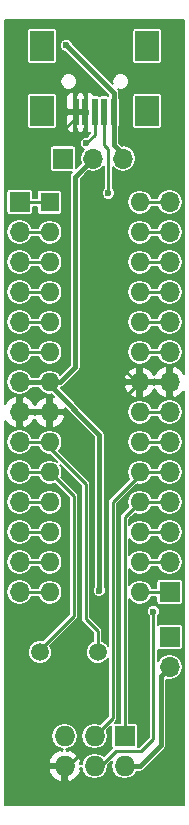
<source format=gtl>
G04 #@! TF.FileFunction,Copper,L1,Top,Signal*
%FSLAX46Y46*%
G04 Gerber Fmt 4.6, Leading zero omitted, Abs format (unit mm)*
G04 Created by KiCad (PCBNEW 4.0.7-e1-6374~58~ubuntu16.04.1) date Tue Aug 22 02:53:50 2017*
%MOMM*%
%LPD*%
G01*
G04 APERTURE LIST*
%ADD10C,0.100000*%
%ADD11R,1.727200X1.727200*%
%ADD12O,1.727200X1.727200*%
%ADD13R,1.600000X1.600000*%
%ADD14O,1.600000X1.600000*%
%ADD15C,1.500000*%
%ADD16R,1.700000X1.700000*%
%ADD17O,1.700000X1.700000*%
%ADD18R,0.500000X2.300000*%
%ADD19R,2.000000X2.500000*%
%ADD20C,0.600000*%
%ADD21C,0.400000*%
%ADD22C,0.250000*%
%ADD23C,0.127000*%
G04 APERTURE END LIST*
D10*
D11*
X78740000Y-116332000D03*
D12*
X78740000Y-118872000D03*
X76200000Y-116332000D03*
X76200000Y-118872000D03*
X73660000Y-116332000D03*
X73660000Y-118872000D03*
D13*
X72390000Y-71120000D03*
D14*
X80010000Y-104140000D03*
X72390000Y-73660000D03*
X80010000Y-101600000D03*
X72390000Y-76200000D03*
X80010000Y-99060000D03*
X72390000Y-78740000D03*
X80010000Y-96520000D03*
X72390000Y-81280000D03*
X80010000Y-93980000D03*
X72390000Y-83820000D03*
X80010000Y-91440000D03*
X72390000Y-86360000D03*
X80010000Y-88900000D03*
X72390000Y-88900000D03*
X80010000Y-86360000D03*
X72390000Y-91440000D03*
X80010000Y-83820000D03*
X72390000Y-93980000D03*
X80010000Y-81280000D03*
X72390000Y-96520000D03*
X80010000Y-78740000D03*
X72390000Y-99060000D03*
X80010000Y-76200000D03*
X72390000Y-101600000D03*
X80010000Y-73660000D03*
X72390000Y-104140000D03*
X80010000Y-71120000D03*
D15*
X76454000Y-109220000D03*
X71574000Y-109220000D03*
D16*
X73533000Y-67437000D03*
D17*
X76073000Y-67437000D03*
X78613000Y-67437000D03*
D16*
X82550000Y-107950000D03*
D17*
X82550000Y-110490000D03*
D16*
X69850000Y-71120000D03*
D17*
X69850000Y-73660000D03*
X69850000Y-76200000D03*
X69850000Y-78740000D03*
X69850000Y-81280000D03*
X69850000Y-83820000D03*
X69850000Y-86360000D03*
X69850000Y-88900000D03*
X69850000Y-91440000D03*
X69850000Y-93980000D03*
X69850000Y-96520000D03*
X69850000Y-99060000D03*
X69850000Y-101600000D03*
X69850000Y-104140000D03*
D16*
X82550000Y-104140000D03*
D17*
X82550000Y-101600000D03*
X82550000Y-99060000D03*
X82550000Y-96520000D03*
X82550000Y-93980000D03*
X82550000Y-91440000D03*
X82550000Y-88900000D03*
X82550000Y-86360000D03*
X82550000Y-83820000D03*
X82550000Y-81280000D03*
X82550000Y-78740000D03*
X82550000Y-76200000D03*
X82550000Y-73660000D03*
X82550000Y-71120000D03*
D18*
X77800000Y-63506000D03*
X77000000Y-63506000D03*
X76200000Y-63506000D03*
X75400000Y-63506000D03*
X74600000Y-63506000D03*
D19*
X80650000Y-63406000D03*
X80650000Y-57906000D03*
X71750000Y-63406000D03*
X71750000Y-57906000D03*
D20*
X76581000Y-104013000D03*
X77200000Y-90450000D03*
X74900000Y-86400000D03*
X70040500Y-65976500D03*
X74803000Y-65595500D03*
X71374000Y-111506000D03*
X79375000Y-69469000D03*
X76454000Y-111506000D03*
X73787000Y-57848500D03*
X81153000Y-105791000D03*
X75500000Y-66150000D03*
X77350000Y-70350000D03*
D21*
X69850000Y-86360000D02*
X72390000Y-86360000D01*
X72390000Y-86360000D02*
X73279000Y-86360000D01*
X73279000Y-86360000D02*
X74549000Y-85090000D01*
X74549000Y-85090000D02*
X74549000Y-68961000D01*
X74549000Y-68961000D02*
X76073000Y-67437000D01*
X72390000Y-86360000D02*
X72390000Y-86614000D01*
X72390000Y-86614000D02*
X76581000Y-90805000D01*
X76581000Y-90805000D02*
X76581000Y-104013000D01*
D22*
X72390000Y-86360000D02*
X72390000Y-86868000D01*
X72390000Y-86360000D02*
X73152000Y-86360000D01*
X78650000Y-87720000D02*
X80010000Y-86360000D01*
X78650000Y-89000000D02*
X78650000Y-87720000D01*
X77200000Y-90450000D02*
X78650000Y-89000000D01*
X74940000Y-86360000D02*
X80010000Y-86360000D01*
X74900000Y-86400000D02*
X74940000Y-86360000D01*
X74600000Y-63506000D02*
X74600000Y-63957000D01*
X74600000Y-63957000D02*
X72580500Y-65976500D01*
X72580500Y-65976500D02*
X70040500Y-65976500D01*
X74803000Y-65595500D02*
X75400000Y-64998500D01*
X75400000Y-64998500D02*
X75400000Y-63506000D01*
X71374000Y-111506000D02*
X71374000Y-117856000D01*
X71374000Y-117856000D02*
X72390000Y-118872000D01*
X72390000Y-118872000D02*
X73660000Y-118872000D01*
X80010000Y-86360000D02*
X79756000Y-86360000D01*
X79756000Y-86360000D02*
X78613000Y-85217000D01*
X78613000Y-85217000D02*
X78613000Y-70231000D01*
X78613000Y-70231000D02*
X79375000Y-69469000D01*
X75400000Y-64046000D02*
X75400000Y-63506000D01*
X74600000Y-63506000D02*
X74600000Y-63957000D01*
X74600000Y-63424000D02*
X74600000Y-63506000D01*
X79629000Y-86360000D02*
X80010000Y-86360000D01*
X73660000Y-118872000D02*
X73914000Y-118872000D01*
X73914000Y-118872000D02*
X74930000Y-117856000D01*
X74930000Y-117856000D02*
X74930000Y-113030000D01*
X74930000Y-113030000D02*
X76454000Y-111506000D01*
X74600000Y-63424000D02*
X74600000Y-63506000D01*
X80010000Y-86360000D02*
X82550000Y-86360000D01*
X69850000Y-88900000D02*
X72390000Y-88900000D01*
D21*
X77800000Y-63506000D02*
X77800000Y-61861500D01*
X77800000Y-61861500D02*
X73787000Y-57848500D01*
X77800000Y-63506000D02*
X77800000Y-66306500D01*
X77800000Y-66306500D02*
X78613000Y-67119500D01*
X78613000Y-67119500D02*
X78613000Y-67437000D01*
D22*
X77800000Y-63506000D02*
X77800000Y-63830000D01*
X77800000Y-63506000D02*
X77800000Y-63576000D01*
X72390000Y-91440000D02*
X72390000Y-91948000D01*
X72390000Y-91948000D02*
X75438000Y-94996000D01*
X75438000Y-94996000D02*
X75438000Y-106426000D01*
X75438000Y-106426000D02*
X76454000Y-107442000D01*
X76454000Y-107442000D02*
X76454000Y-109220000D01*
X72390000Y-91440000D02*
X72390000Y-91948000D01*
X72390000Y-91440000D02*
X72644000Y-91440000D01*
X69850000Y-91440000D02*
X72390000Y-91440000D01*
X71574000Y-109220000D02*
X71574000Y-109020000D01*
X71574000Y-109020000D02*
X74422000Y-106172000D01*
X74422000Y-96012000D02*
X72390000Y-93980000D01*
X74422000Y-106172000D02*
X74422000Y-96012000D01*
X69850000Y-93980000D02*
X72390000Y-93980000D01*
X69850000Y-81280000D02*
X72390000Y-81280000D01*
X69850000Y-78740000D02*
X72390000Y-78740000D01*
X69850000Y-71120000D02*
X72390000Y-71120000D01*
X80010000Y-104140000D02*
X82550000Y-104140000D01*
X69850000Y-73660000D02*
X72390000Y-73660000D01*
X80010000Y-101600000D02*
X82550000Y-101600000D01*
X69850000Y-76200000D02*
X72390000Y-76200000D01*
X76200000Y-118872000D02*
X76708000Y-118872000D01*
X76708000Y-118872000D02*
X77978000Y-117602000D01*
X81153000Y-116586000D02*
X81153000Y-105791000D01*
X80137000Y-117602000D02*
X81153000Y-116586000D01*
X77978000Y-117602000D02*
X80137000Y-117602000D01*
X80010000Y-99060000D02*
X82550000Y-99060000D01*
X78740000Y-116332000D02*
X78740000Y-97790000D01*
X78740000Y-97790000D02*
X80010000Y-96520000D01*
X80010000Y-96520000D02*
X82550000Y-96520000D01*
X80010000Y-93980000D02*
X80010000Y-94234000D01*
X80010000Y-94234000D02*
X77724000Y-96520000D01*
X77724000Y-114808000D02*
X76200000Y-116332000D01*
X77724000Y-96520000D02*
X77724000Y-114808000D01*
X76200000Y-116332000D02*
X76200000Y-115824000D01*
X80010000Y-93980000D02*
X82550000Y-93980000D01*
X69850000Y-83820000D02*
X72390000Y-83820000D01*
X80010000Y-91440000D02*
X82550000Y-91440000D01*
X80010000Y-88900000D02*
X82550000Y-88900000D01*
X80010000Y-83820000D02*
X82550000Y-83820000D01*
X80010000Y-81280000D02*
X82550000Y-81280000D01*
X69850000Y-96520000D02*
X72390000Y-96520000D01*
X80010000Y-78740000D02*
X82550000Y-78740000D01*
X69850000Y-99060000D02*
X72390000Y-99060000D01*
X80010000Y-76200000D02*
X82550000Y-76200000D01*
X69850000Y-101600000D02*
X72390000Y-101600000D01*
X80010000Y-73660000D02*
X82550000Y-73660000D01*
X69850000Y-104140000D02*
X72390000Y-104140000D01*
X80010000Y-71120000D02*
X82550000Y-71120000D01*
D21*
X78740000Y-118872000D02*
X80010000Y-118872000D01*
X80010000Y-118872000D02*
X81788000Y-117094000D01*
X81788000Y-117094000D02*
X81788000Y-111252000D01*
X81788000Y-111252000D02*
X82550000Y-110490000D01*
D22*
X76200000Y-65450000D02*
X75500000Y-66150000D01*
X76200000Y-63506000D02*
X76200000Y-65450000D01*
X77350000Y-66650000D02*
X77350000Y-70350000D01*
X77000000Y-66300000D02*
X77350000Y-66650000D01*
X77000000Y-63506000D02*
X77000000Y-66300000D01*
D23*
G36*
X83770500Y-85648410D02*
X83448468Y-85258428D01*
X82958523Y-84998451D01*
X82740500Y-85094182D01*
X82740500Y-86169500D01*
X82760500Y-86169500D01*
X82760500Y-86550500D01*
X82740500Y-86550500D01*
X82740500Y-87625818D01*
X82958523Y-87721549D01*
X83448468Y-87461572D01*
X83770500Y-87071590D01*
X83770500Y-122124500D01*
X68629500Y-122124500D01*
X68629500Y-119282667D01*
X72284913Y-119282667D01*
X72397270Y-119553957D01*
X72754363Y-119985272D01*
X73249331Y-120247102D01*
X73469500Y-120151540D01*
X73469500Y-119062500D01*
X72381894Y-119062500D01*
X72284913Y-119282667D01*
X68629500Y-119282667D01*
X68629500Y-104140000D01*
X68714685Y-104140000D01*
X68799445Y-104566118D01*
X69040822Y-104927363D01*
X69402067Y-105168740D01*
X69828185Y-105253500D01*
X69871815Y-105253500D01*
X70297933Y-105168740D01*
X70659178Y-104927363D01*
X70900555Y-104566118D01*
X70908038Y-104528500D01*
X71382942Y-104528500D01*
X71386619Y-104546984D01*
X71617157Y-104892008D01*
X71962181Y-105122546D01*
X72369165Y-105203500D01*
X72410835Y-105203500D01*
X72817819Y-105122546D01*
X73162843Y-104892008D01*
X73393381Y-104546984D01*
X73474335Y-104140000D01*
X73393381Y-103733016D01*
X73162843Y-103387992D01*
X72817819Y-103157454D01*
X72410835Y-103076500D01*
X72369165Y-103076500D01*
X71962181Y-103157454D01*
X71617157Y-103387992D01*
X71386619Y-103733016D01*
X71382942Y-103751500D01*
X70908038Y-103751500D01*
X70900555Y-103713882D01*
X70659178Y-103352637D01*
X70297933Y-103111260D01*
X69871815Y-103026500D01*
X69828185Y-103026500D01*
X69402067Y-103111260D01*
X69040822Y-103352637D01*
X68799445Y-103713882D01*
X68714685Y-104140000D01*
X68629500Y-104140000D01*
X68629500Y-101600000D01*
X68714685Y-101600000D01*
X68799445Y-102026118D01*
X69040822Y-102387363D01*
X69402067Y-102628740D01*
X69828185Y-102713500D01*
X69871815Y-102713500D01*
X70297933Y-102628740D01*
X70659178Y-102387363D01*
X70900555Y-102026118D01*
X70908038Y-101988500D01*
X71382942Y-101988500D01*
X71386619Y-102006984D01*
X71617157Y-102352008D01*
X71962181Y-102582546D01*
X72369165Y-102663500D01*
X72410835Y-102663500D01*
X72817819Y-102582546D01*
X73162843Y-102352008D01*
X73393381Y-102006984D01*
X73474335Y-101600000D01*
X73393381Y-101193016D01*
X73162843Y-100847992D01*
X72817819Y-100617454D01*
X72410835Y-100536500D01*
X72369165Y-100536500D01*
X71962181Y-100617454D01*
X71617157Y-100847992D01*
X71386619Y-101193016D01*
X71382942Y-101211500D01*
X70908038Y-101211500D01*
X70900555Y-101173882D01*
X70659178Y-100812637D01*
X70297933Y-100571260D01*
X69871815Y-100486500D01*
X69828185Y-100486500D01*
X69402067Y-100571260D01*
X69040822Y-100812637D01*
X68799445Y-101173882D01*
X68714685Y-101600000D01*
X68629500Y-101600000D01*
X68629500Y-99060000D01*
X68714685Y-99060000D01*
X68799445Y-99486118D01*
X69040822Y-99847363D01*
X69402067Y-100088740D01*
X69828185Y-100173500D01*
X69871815Y-100173500D01*
X70297933Y-100088740D01*
X70659178Y-99847363D01*
X70900555Y-99486118D01*
X70908038Y-99448500D01*
X71382942Y-99448500D01*
X71386619Y-99466984D01*
X71617157Y-99812008D01*
X71962181Y-100042546D01*
X72369165Y-100123500D01*
X72410835Y-100123500D01*
X72817819Y-100042546D01*
X73162843Y-99812008D01*
X73393381Y-99466984D01*
X73474335Y-99060000D01*
X73393381Y-98653016D01*
X73162843Y-98307992D01*
X72817819Y-98077454D01*
X72410835Y-97996500D01*
X72369165Y-97996500D01*
X71962181Y-98077454D01*
X71617157Y-98307992D01*
X71386619Y-98653016D01*
X71382942Y-98671500D01*
X70908038Y-98671500D01*
X70900555Y-98633882D01*
X70659178Y-98272637D01*
X70297933Y-98031260D01*
X69871815Y-97946500D01*
X69828185Y-97946500D01*
X69402067Y-98031260D01*
X69040822Y-98272637D01*
X68799445Y-98633882D01*
X68714685Y-99060000D01*
X68629500Y-99060000D01*
X68629500Y-96520000D01*
X68714685Y-96520000D01*
X68799445Y-96946118D01*
X69040822Y-97307363D01*
X69402067Y-97548740D01*
X69828185Y-97633500D01*
X69871815Y-97633500D01*
X70297933Y-97548740D01*
X70659178Y-97307363D01*
X70900555Y-96946118D01*
X70908038Y-96908500D01*
X71382942Y-96908500D01*
X71386619Y-96926984D01*
X71617157Y-97272008D01*
X71962181Y-97502546D01*
X72369165Y-97583500D01*
X72410835Y-97583500D01*
X72817819Y-97502546D01*
X73162843Y-97272008D01*
X73393381Y-96926984D01*
X73474335Y-96520000D01*
X73393381Y-96113016D01*
X73162843Y-95767992D01*
X72817819Y-95537454D01*
X72410835Y-95456500D01*
X72369165Y-95456500D01*
X71962181Y-95537454D01*
X71617157Y-95767992D01*
X71386619Y-96113016D01*
X71382942Y-96131500D01*
X70908038Y-96131500D01*
X70900555Y-96093882D01*
X70659178Y-95732637D01*
X70297933Y-95491260D01*
X69871815Y-95406500D01*
X69828185Y-95406500D01*
X69402067Y-95491260D01*
X69040822Y-95732637D01*
X68799445Y-96093882D01*
X68714685Y-96520000D01*
X68629500Y-96520000D01*
X68629500Y-91440000D01*
X68714685Y-91440000D01*
X68799445Y-91866118D01*
X69040822Y-92227363D01*
X69402067Y-92468740D01*
X69828185Y-92553500D01*
X69871815Y-92553500D01*
X70297933Y-92468740D01*
X70659178Y-92227363D01*
X70900555Y-91866118D01*
X70908038Y-91828500D01*
X71382942Y-91828500D01*
X71386619Y-91846984D01*
X71617157Y-92192008D01*
X71962181Y-92422546D01*
X72369165Y-92503500D01*
X72396078Y-92503500D01*
X73035446Y-93142868D01*
X72817819Y-92997454D01*
X72410835Y-92916500D01*
X72369165Y-92916500D01*
X71962181Y-92997454D01*
X71617157Y-93227992D01*
X71386619Y-93573016D01*
X71382942Y-93591500D01*
X70908038Y-93591500D01*
X70900555Y-93553882D01*
X70659178Y-93192637D01*
X70297933Y-92951260D01*
X69871815Y-92866500D01*
X69828185Y-92866500D01*
X69402067Y-92951260D01*
X69040822Y-93192637D01*
X68799445Y-93553882D01*
X68714685Y-93980000D01*
X68799445Y-94406118D01*
X69040822Y-94767363D01*
X69402067Y-95008740D01*
X69828185Y-95093500D01*
X69871815Y-95093500D01*
X70297933Y-95008740D01*
X70659178Y-94767363D01*
X70900555Y-94406118D01*
X70908038Y-94368500D01*
X71382942Y-94368500D01*
X71386619Y-94386984D01*
X71617157Y-94732008D01*
X71962181Y-94962546D01*
X72369165Y-95043500D01*
X72410835Y-95043500D01*
X72817819Y-94962546D01*
X72820999Y-94960421D01*
X74033500Y-96172922D01*
X74033500Y-106011078D01*
X71819881Y-108224697D01*
X71776482Y-108206676D01*
X71373287Y-108206324D01*
X71000648Y-108360295D01*
X70715297Y-108645149D01*
X70560676Y-109017518D01*
X70560324Y-109420713D01*
X70714295Y-109793352D01*
X70999149Y-110078703D01*
X71371518Y-110233324D01*
X71774713Y-110233676D01*
X72147352Y-110079705D01*
X72432703Y-109794851D01*
X72587324Y-109422482D01*
X72587676Y-109019287D01*
X72452145Y-108691277D01*
X74696711Y-106446711D01*
X74758259Y-106354598D01*
X74780927Y-106320673D01*
X74810500Y-106172000D01*
X74810500Y-96012000D01*
X74780927Y-95863327D01*
X74696711Y-95737289D01*
X73374565Y-94415143D01*
X73393381Y-94386984D01*
X73474335Y-93980000D01*
X73393381Y-93573016D01*
X73247967Y-93355389D01*
X75049500Y-95156922D01*
X75049500Y-106426000D01*
X75079073Y-106574673D01*
X75163289Y-106700711D01*
X76065500Y-107602922D01*
X76065500Y-108283916D01*
X75880648Y-108360295D01*
X75595297Y-108645149D01*
X75440676Y-109017518D01*
X75440324Y-109420713D01*
X75594295Y-109793352D01*
X75879149Y-110078703D01*
X76251518Y-110233324D01*
X76654713Y-110233676D01*
X77027352Y-110079705D01*
X77312703Y-109794851D01*
X77335500Y-109739950D01*
X77335500Y-114647078D01*
X76676470Y-115306108D01*
X76653403Y-115290695D01*
X76222081Y-115204900D01*
X76177919Y-115204900D01*
X75746597Y-115290695D01*
X75380939Y-115535020D01*
X75136614Y-115900678D01*
X75050819Y-116332000D01*
X75136614Y-116763322D01*
X75380939Y-117128980D01*
X75746597Y-117373305D01*
X76177919Y-117459100D01*
X76222081Y-117459100D01*
X76653403Y-117373305D01*
X77019061Y-117128980D01*
X77263386Y-116763322D01*
X77349181Y-116332000D01*
X77263386Y-115900678D01*
X77230284Y-115851138D01*
X77607738Y-115473684D01*
X77607738Y-117195600D01*
X77626112Y-117293247D01*
X77669658Y-117360920D01*
X76980994Y-118049584D01*
X76653403Y-117830695D01*
X76222081Y-117744900D01*
X76177919Y-117744900D01*
X75746597Y-117830695D01*
X75380939Y-118075020D01*
X75136614Y-118440678D01*
X75088712Y-118681498D01*
X74938107Y-118681498D01*
X75035087Y-118461333D01*
X74922730Y-118190043D01*
X74565637Y-117758728D01*
X74070669Y-117496898D01*
X73850502Y-117592459D01*
X73850502Y-117436900D01*
X73793688Y-117436900D01*
X74113403Y-117373305D01*
X74479061Y-117128980D01*
X74723386Y-116763322D01*
X74809181Y-116332000D01*
X74723386Y-115900678D01*
X74479061Y-115535020D01*
X74113403Y-115290695D01*
X73682081Y-115204900D01*
X73637919Y-115204900D01*
X73206597Y-115290695D01*
X72840939Y-115535020D01*
X72596614Y-115900678D01*
X72510819Y-116332000D01*
X72596614Y-116763322D01*
X72840939Y-117128980D01*
X73206597Y-117373305D01*
X73526312Y-117436900D01*
X73469498Y-117436900D01*
X73469498Y-117592459D01*
X73249331Y-117496898D01*
X72754363Y-117758728D01*
X72397270Y-118190043D01*
X72284913Y-118461333D01*
X72381894Y-118681500D01*
X73469500Y-118681500D01*
X73469500Y-118661500D01*
X73850500Y-118661500D01*
X73850500Y-118681500D01*
X73870500Y-118681500D01*
X73870500Y-119062500D01*
X73850500Y-119062500D01*
X73850500Y-120151540D01*
X74070669Y-120247102D01*
X74565637Y-119985272D01*
X74922730Y-119553957D01*
X75035087Y-119282667D01*
X74938107Y-119062502D01*
X75088712Y-119062502D01*
X75136614Y-119303322D01*
X75380939Y-119668980D01*
X75746597Y-119913305D01*
X76177919Y-119999100D01*
X76222081Y-119999100D01*
X76653403Y-119913305D01*
X77019061Y-119668980D01*
X77263386Y-119303322D01*
X77349181Y-118872000D01*
X77333957Y-118795465D01*
X77673602Y-118455820D01*
X77590819Y-118872000D01*
X77676614Y-119303322D01*
X77920939Y-119668980D01*
X78286597Y-119913305D01*
X78717919Y-119999100D01*
X78762081Y-119999100D01*
X79193403Y-119913305D01*
X79559061Y-119668980D01*
X79781885Y-119335500D01*
X80010000Y-119335500D01*
X80187374Y-119300218D01*
X80337744Y-119199744D01*
X82115744Y-117421744D01*
X82148110Y-117373305D01*
X82216218Y-117271374D01*
X82251500Y-117094000D01*
X82251500Y-111548464D01*
X82528185Y-111603500D01*
X82571815Y-111603500D01*
X82997933Y-111518740D01*
X83359178Y-111277363D01*
X83600555Y-110916118D01*
X83685315Y-110490000D01*
X83600555Y-110063882D01*
X83359178Y-109702637D01*
X82997933Y-109461260D01*
X82571815Y-109376500D01*
X82528185Y-109376500D01*
X82102067Y-109461260D01*
X81740822Y-109702637D01*
X81541500Y-110000942D01*
X81541500Y-109010615D01*
X81595475Y-109047495D01*
X81700000Y-109068662D01*
X83400000Y-109068662D01*
X83497647Y-109050288D01*
X83587330Y-108992579D01*
X83647495Y-108904525D01*
X83668662Y-108800000D01*
X83668662Y-107100000D01*
X83650288Y-107002353D01*
X83592579Y-106912670D01*
X83504525Y-106852505D01*
X83400000Y-106831338D01*
X81700000Y-106831338D01*
X81602353Y-106849712D01*
X81541500Y-106888870D01*
X81541500Y-106199393D01*
X81630434Y-106110614D01*
X81716402Y-105903579D01*
X81716598Y-105679405D01*
X81630991Y-105472220D01*
X81472614Y-105313566D01*
X81265579Y-105227598D01*
X81041405Y-105227402D01*
X80834220Y-105313009D01*
X80675566Y-105471386D01*
X80589598Y-105678421D01*
X80589402Y-105902595D01*
X80675009Y-106109780D01*
X80764500Y-106199428D01*
X80764500Y-116425078D01*
X79976078Y-117213500D01*
X79868637Y-117213500D01*
X79872262Y-117195600D01*
X79872262Y-115468400D01*
X79853888Y-115370753D01*
X79796179Y-115281070D01*
X79708125Y-115220905D01*
X79603600Y-115199738D01*
X79128500Y-115199738D01*
X79128500Y-104729392D01*
X79237157Y-104892008D01*
X79582181Y-105122546D01*
X79989165Y-105203500D01*
X80030835Y-105203500D01*
X80437819Y-105122546D01*
X80782843Y-104892008D01*
X81013381Y-104546984D01*
X81017058Y-104528500D01*
X81431338Y-104528500D01*
X81431338Y-104990000D01*
X81449712Y-105087647D01*
X81507421Y-105177330D01*
X81595475Y-105237495D01*
X81700000Y-105258662D01*
X83400000Y-105258662D01*
X83497647Y-105240288D01*
X83587330Y-105182579D01*
X83647495Y-105094525D01*
X83668662Y-104990000D01*
X83668662Y-103290000D01*
X83650288Y-103192353D01*
X83592579Y-103102670D01*
X83504525Y-103042505D01*
X83400000Y-103021338D01*
X81700000Y-103021338D01*
X81602353Y-103039712D01*
X81512670Y-103097421D01*
X81452505Y-103185475D01*
X81431338Y-103290000D01*
X81431338Y-103751500D01*
X81017058Y-103751500D01*
X81013381Y-103733016D01*
X80782843Y-103387992D01*
X80437819Y-103157454D01*
X80030835Y-103076500D01*
X79989165Y-103076500D01*
X79582181Y-103157454D01*
X79237157Y-103387992D01*
X79128500Y-103550608D01*
X79128500Y-102189392D01*
X79237157Y-102352008D01*
X79582181Y-102582546D01*
X79989165Y-102663500D01*
X80030835Y-102663500D01*
X80437819Y-102582546D01*
X80782843Y-102352008D01*
X81013381Y-102006984D01*
X81017058Y-101988500D01*
X81491962Y-101988500D01*
X81499445Y-102026118D01*
X81740822Y-102387363D01*
X82102067Y-102628740D01*
X82528185Y-102713500D01*
X82571815Y-102713500D01*
X82997933Y-102628740D01*
X83359178Y-102387363D01*
X83600555Y-102026118D01*
X83685315Y-101600000D01*
X83600555Y-101173882D01*
X83359178Y-100812637D01*
X82997933Y-100571260D01*
X82571815Y-100486500D01*
X82528185Y-100486500D01*
X82102067Y-100571260D01*
X81740822Y-100812637D01*
X81499445Y-101173882D01*
X81491962Y-101211500D01*
X81017058Y-101211500D01*
X81013381Y-101193016D01*
X80782843Y-100847992D01*
X80437819Y-100617454D01*
X80030835Y-100536500D01*
X79989165Y-100536500D01*
X79582181Y-100617454D01*
X79237157Y-100847992D01*
X79128500Y-101010608D01*
X79128500Y-99649392D01*
X79237157Y-99812008D01*
X79582181Y-100042546D01*
X79989165Y-100123500D01*
X80030835Y-100123500D01*
X80437819Y-100042546D01*
X80782843Y-99812008D01*
X81013381Y-99466984D01*
X81017058Y-99448500D01*
X81491962Y-99448500D01*
X81499445Y-99486118D01*
X81740822Y-99847363D01*
X82102067Y-100088740D01*
X82528185Y-100173500D01*
X82571815Y-100173500D01*
X82997933Y-100088740D01*
X83359178Y-99847363D01*
X83600555Y-99486118D01*
X83685315Y-99060000D01*
X83600555Y-98633882D01*
X83359178Y-98272637D01*
X82997933Y-98031260D01*
X82571815Y-97946500D01*
X82528185Y-97946500D01*
X82102067Y-98031260D01*
X81740822Y-98272637D01*
X81499445Y-98633882D01*
X81491962Y-98671500D01*
X81017058Y-98671500D01*
X81013381Y-98653016D01*
X80782843Y-98307992D01*
X80437819Y-98077454D01*
X80030835Y-97996500D01*
X79989165Y-97996500D01*
X79582181Y-98077454D01*
X79237157Y-98307992D01*
X79128500Y-98470608D01*
X79128500Y-97950922D01*
X79579001Y-97500421D01*
X79582181Y-97502546D01*
X79989165Y-97583500D01*
X80030835Y-97583500D01*
X80437819Y-97502546D01*
X80782843Y-97272008D01*
X81013381Y-96926984D01*
X81017058Y-96908500D01*
X81491962Y-96908500D01*
X81499445Y-96946118D01*
X81740822Y-97307363D01*
X82102067Y-97548740D01*
X82528185Y-97633500D01*
X82571815Y-97633500D01*
X82997933Y-97548740D01*
X83359178Y-97307363D01*
X83600555Y-96946118D01*
X83685315Y-96520000D01*
X83600555Y-96093882D01*
X83359178Y-95732637D01*
X82997933Y-95491260D01*
X82571815Y-95406500D01*
X82528185Y-95406500D01*
X82102067Y-95491260D01*
X81740822Y-95732637D01*
X81499445Y-96093882D01*
X81491962Y-96131500D01*
X81017058Y-96131500D01*
X81013381Y-96113016D01*
X80782843Y-95767992D01*
X80437819Y-95537454D01*
X80030835Y-95456500D01*
X79989165Y-95456500D01*
X79582181Y-95537454D01*
X79237157Y-95767992D01*
X79006619Y-96113016D01*
X78925665Y-96520000D01*
X79006619Y-96926984D01*
X79025435Y-96955143D01*
X78465289Y-97515289D01*
X78381073Y-97641327D01*
X78351500Y-97790000D01*
X78351500Y-115199738D01*
X77881684Y-115199738D01*
X77998711Y-115082711D01*
X78082927Y-114956673D01*
X78112500Y-114808000D01*
X78112500Y-96680922D01*
X79789615Y-95003807D01*
X79989165Y-95043500D01*
X80030835Y-95043500D01*
X80437819Y-94962546D01*
X80782843Y-94732008D01*
X81013381Y-94386984D01*
X81017058Y-94368500D01*
X81491962Y-94368500D01*
X81499445Y-94406118D01*
X81740822Y-94767363D01*
X82102067Y-95008740D01*
X82528185Y-95093500D01*
X82571815Y-95093500D01*
X82997933Y-95008740D01*
X83359178Y-94767363D01*
X83600555Y-94406118D01*
X83685315Y-93980000D01*
X83600555Y-93553882D01*
X83359178Y-93192637D01*
X82997933Y-92951260D01*
X82571815Y-92866500D01*
X82528185Y-92866500D01*
X82102067Y-92951260D01*
X81740822Y-93192637D01*
X81499445Y-93553882D01*
X81491962Y-93591500D01*
X81017058Y-93591500D01*
X81013381Y-93573016D01*
X80782843Y-93227992D01*
X80437819Y-92997454D01*
X80030835Y-92916500D01*
X79989165Y-92916500D01*
X79582181Y-92997454D01*
X79237157Y-93227992D01*
X79006619Y-93573016D01*
X78925665Y-93980000D01*
X79006619Y-94386984D01*
X79127173Y-94567405D01*
X77449289Y-96245289D01*
X77365073Y-96371327D01*
X77335500Y-96520000D01*
X77335500Y-108699396D01*
X77313705Y-108646648D01*
X77028851Y-108361297D01*
X76842500Y-108283917D01*
X76842500Y-107442000D01*
X76812927Y-107293327D01*
X76728711Y-107167289D01*
X75826500Y-106265078D01*
X75826500Y-94996000D01*
X75796927Y-94847327D01*
X75712711Y-94721289D01*
X73171089Y-92179667D01*
X73393381Y-91846984D01*
X73474335Y-91440000D01*
X73393381Y-91033016D01*
X73162843Y-90687992D01*
X72817819Y-90457454D01*
X72410835Y-90376500D01*
X72369165Y-90376500D01*
X71962181Y-90457454D01*
X71617157Y-90687992D01*
X71386619Y-91033016D01*
X71382942Y-91051500D01*
X70908038Y-91051500D01*
X70900555Y-91013882D01*
X70659178Y-90652637D01*
X70297933Y-90411260D01*
X69871815Y-90326500D01*
X69828185Y-90326500D01*
X69402067Y-90411260D01*
X69040822Y-90652637D01*
X68799445Y-91013882D01*
X68714685Y-91440000D01*
X68629500Y-91440000D01*
X68629500Y-89611590D01*
X68951532Y-90001572D01*
X69441477Y-90261549D01*
X69659500Y-90165818D01*
X69659500Y-89090500D01*
X70040500Y-89090500D01*
X70040500Y-90165818D01*
X70258523Y-90261549D01*
X70748468Y-90001572D01*
X71101630Y-89573891D01*
X71146560Y-89465404D01*
X71179203Y-89544225D01*
X71517904Y-89958538D01*
X71989373Y-90211698D01*
X72199500Y-90115346D01*
X72199500Y-89090500D01*
X72580500Y-89090500D01*
X72580500Y-90115346D01*
X72790627Y-90211698D01*
X73262096Y-89958538D01*
X73600797Y-89544225D01*
X73701682Y-89300625D01*
X73603767Y-89090500D01*
X72580500Y-89090500D01*
X72199500Y-89090500D01*
X71176233Y-89090500D01*
X71144606Y-89158371D01*
X71114354Y-89090500D01*
X70040500Y-89090500D01*
X69659500Y-89090500D01*
X69639500Y-89090500D01*
X69639500Y-88709500D01*
X69659500Y-88709500D01*
X69659500Y-87634182D01*
X70040500Y-87634182D01*
X70040500Y-88709500D01*
X71114354Y-88709500D01*
X71144606Y-88641629D01*
X71176233Y-88709500D01*
X72199500Y-88709500D01*
X72199500Y-87684654D01*
X71989373Y-87588302D01*
X71517904Y-87841462D01*
X71179203Y-88255775D01*
X71146560Y-88334596D01*
X71101630Y-88226109D01*
X70748468Y-87798428D01*
X70258523Y-87538451D01*
X70040500Y-87634182D01*
X69659500Y-87634182D01*
X69441477Y-87538451D01*
X68951532Y-87798428D01*
X68629500Y-88188410D01*
X68629500Y-86360000D01*
X68714685Y-86360000D01*
X68799445Y-86786118D01*
X69040822Y-87147363D01*
X69402067Y-87388740D01*
X69828185Y-87473500D01*
X69871815Y-87473500D01*
X70297933Y-87388740D01*
X70659178Y-87147363D01*
X70875577Y-86823500D01*
X71424382Y-86823500D01*
X71617157Y-87112008D01*
X71962181Y-87342546D01*
X72369165Y-87423500D01*
X72410835Y-87423500D01*
X72521917Y-87401405D01*
X72734535Y-87614023D01*
X72580500Y-87684654D01*
X72580500Y-88709500D01*
X73603767Y-88709500D01*
X73675682Y-88555170D01*
X76117500Y-90996988D01*
X76117500Y-103679476D01*
X76103566Y-103693386D01*
X76017598Y-103900421D01*
X76017402Y-104124595D01*
X76103009Y-104331780D01*
X76261386Y-104490434D01*
X76468421Y-104576402D01*
X76692595Y-104576598D01*
X76899780Y-104490991D01*
X77058434Y-104332614D01*
X77144402Y-104125579D01*
X77144598Y-103901405D01*
X77058991Y-103694220D01*
X77044500Y-103679704D01*
X77044500Y-91440000D01*
X78925665Y-91440000D01*
X79006619Y-91846984D01*
X79237157Y-92192008D01*
X79582181Y-92422546D01*
X79989165Y-92503500D01*
X80030835Y-92503500D01*
X80437819Y-92422546D01*
X80782843Y-92192008D01*
X81013381Y-91846984D01*
X81017058Y-91828500D01*
X81491962Y-91828500D01*
X81499445Y-91866118D01*
X81740822Y-92227363D01*
X82102067Y-92468740D01*
X82528185Y-92553500D01*
X82571815Y-92553500D01*
X82997933Y-92468740D01*
X83359178Y-92227363D01*
X83600555Y-91866118D01*
X83685315Y-91440000D01*
X83600555Y-91013882D01*
X83359178Y-90652637D01*
X82997933Y-90411260D01*
X82571815Y-90326500D01*
X82528185Y-90326500D01*
X82102067Y-90411260D01*
X81740822Y-90652637D01*
X81499445Y-91013882D01*
X81491962Y-91051500D01*
X81017058Y-91051500D01*
X81013381Y-91033016D01*
X80782843Y-90687992D01*
X80437819Y-90457454D01*
X80030835Y-90376500D01*
X79989165Y-90376500D01*
X79582181Y-90457454D01*
X79237157Y-90687992D01*
X79006619Y-91033016D01*
X78925665Y-91440000D01*
X77044500Y-91440000D01*
X77044500Y-90805000D01*
X77009218Y-90627626D01*
X76908744Y-90477256D01*
X75331488Y-88900000D01*
X78925665Y-88900000D01*
X79006619Y-89306984D01*
X79237157Y-89652008D01*
X79582181Y-89882546D01*
X79989165Y-89963500D01*
X80030835Y-89963500D01*
X80437819Y-89882546D01*
X80782843Y-89652008D01*
X81013381Y-89306984D01*
X81017058Y-89288500D01*
X81491962Y-89288500D01*
X81499445Y-89326118D01*
X81740822Y-89687363D01*
X82102067Y-89928740D01*
X82528185Y-90013500D01*
X82571815Y-90013500D01*
X82997933Y-89928740D01*
X83359178Y-89687363D01*
X83600555Y-89326118D01*
X83685315Y-88900000D01*
X83600555Y-88473882D01*
X83359178Y-88112637D01*
X82997933Y-87871260D01*
X82571815Y-87786500D01*
X82528185Y-87786500D01*
X82102067Y-87871260D01*
X81740822Y-88112637D01*
X81499445Y-88473882D01*
X81491962Y-88511500D01*
X81017058Y-88511500D01*
X81013381Y-88493016D01*
X80782843Y-88147992D01*
X80437819Y-87917454D01*
X80030835Y-87836500D01*
X79989165Y-87836500D01*
X79582181Y-87917454D01*
X79237157Y-88147992D01*
X79006619Y-88493016D01*
X78925665Y-88900000D01*
X75331488Y-88900000D01*
X73315311Y-86883823D01*
X73367362Y-86805924D01*
X73456374Y-86788218D01*
X73497669Y-86760625D01*
X78698318Y-86760625D01*
X78799203Y-87004225D01*
X79137904Y-87418538D01*
X79609373Y-87671698D01*
X79819500Y-87575346D01*
X79819500Y-86550500D01*
X80200500Y-86550500D01*
X80200500Y-87575346D01*
X80410627Y-87671698D01*
X80882096Y-87418538D01*
X81220797Y-87004225D01*
X81253440Y-86925404D01*
X81298370Y-87033891D01*
X81651532Y-87461572D01*
X82141477Y-87721549D01*
X82359500Y-87625818D01*
X82359500Y-86550500D01*
X81285646Y-86550500D01*
X81255394Y-86618371D01*
X81223767Y-86550500D01*
X80200500Y-86550500D01*
X79819500Y-86550500D01*
X78796233Y-86550500D01*
X78698318Y-86760625D01*
X73497669Y-86760625D01*
X73606744Y-86687744D01*
X74335113Y-85959375D01*
X78698318Y-85959375D01*
X78796233Y-86169500D01*
X79819500Y-86169500D01*
X79819500Y-85144654D01*
X80200500Y-85144654D01*
X80200500Y-86169500D01*
X81223767Y-86169500D01*
X81255394Y-86101629D01*
X81285646Y-86169500D01*
X82359500Y-86169500D01*
X82359500Y-85094182D01*
X82141477Y-84998451D01*
X81651532Y-85258428D01*
X81298370Y-85686109D01*
X81253440Y-85794596D01*
X81220797Y-85715775D01*
X80882096Y-85301462D01*
X80410627Y-85048302D01*
X80200500Y-85144654D01*
X79819500Y-85144654D01*
X79609373Y-85048302D01*
X79137904Y-85301462D01*
X78799203Y-85715775D01*
X78698318Y-85959375D01*
X74335113Y-85959375D01*
X74876744Y-85417744D01*
X74977218Y-85267374D01*
X75012500Y-85090000D01*
X75012500Y-83820000D01*
X78925665Y-83820000D01*
X79006619Y-84226984D01*
X79237157Y-84572008D01*
X79582181Y-84802546D01*
X79989165Y-84883500D01*
X80030835Y-84883500D01*
X80437819Y-84802546D01*
X80782843Y-84572008D01*
X81013381Y-84226984D01*
X81017058Y-84208500D01*
X81491962Y-84208500D01*
X81499445Y-84246118D01*
X81740822Y-84607363D01*
X82102067Y-84848740D01*
X82528185Y-84933500D01*
X82571815Y-84933500D01*
X82997933Y-84848740D01*
X83359178Y-84607363D01*
X83600555Y-84246118D01*
X83685315Y-83820000D01*
X83600555Y-83393882D01*
X83359178Y-83032637D01*
X82997933Y-82791260D01*
X82571815Y-82706500D01*
X82528185Y-82706500D01*
X82102067Y-82791260D01*
X81740822Y-83032637D01*
X81499445Y-83393882D01*
X81491962Y-83431500D01*
X81017058Y-83431500D01*
X81013381Y-83413016D01*
X80782843Y-83067992D01*
X80437819Y-82837454D01*
X80030835Y-82756500D01*
X79989165Y-82756500D01*
X79582181Y-82837454D01*
X79237157Y-83067992D01*
X79006619Y-83413016D01*
X78925665Y-83820000D01*
X75012500Y-83820000D01*
X75012500Y-81280000D01*
X78925665Y-81280000D01*
X79006619Y-81686984D01*
X79237157Y-82032008D01*
X79582181Y-82262546D01*
X79989165Y-82343500D01*
X80030835Y-82343500D01*
X80437819Y-82262546D01*
X80782843Y-82032008D01*
X81013381Y-81686984D01*
X81017058Y-81668500D01*
X81491962Y-81668500D01*
X81499445Y-81706118D01*
X81740822Y-82067363D01*
X82102067Y-82308740D01*
X82528185Y-82393500D01*
X82571815Y-82393500D01*
X82997933Y-82308740D01*
X83359178Y-82067363D01*
X83600555Y-81706118D01*
X83685315Y-81280000D01*
X83600555Y-80853882D01*
X83359178Y-80492637D01*
X82997933Y-80251260D01*
X82571815Y-80166500D01*
X82528185Y-80166500D01*
X82102067Y-80251260D01*
X81740822Y-80492637D01*
X81499445Y-80853882D01*
X81491962Y-80891500D01*
X81017058Y-80891500D01*
X81013381Y-80873016D01*
X80782843Y-80527992D01*
X80437819Y-80297454D01*
X80030835Y-80216500D01*
X79989165Y-80216500D01*
X79582181Y-80297454D01*
X79237157Y-80527992D01*
X79006619Y-80873016D01*
X78925665Y-81280000D01*
X75012500Y-81280000D01*
X75012500Y-78740000D01*
X78925665Y-78740000D01*
X79006619Y-79146984D01*
X79237157Y-79492008D01*
X79582181Y-79722546D01*
X79989165Y-79803500D01*
X80030835Y-79803500D01*
X80437819Y-79722546D01*
X80782843Y-79492008D01*
X81013381Y-79146984D01*
X81017058Y-79128500D01*
X81491962Y-79128500D01*
X81499445Y-79166118D01*
X81740822Y-79527363D01*
X82102067Y-79768740D01*
X82528185Y-79853500D01*
X82571815Y-79853500D01*
X82997933Y-79768740D01*
X83359178Y-79527363D01*
X83600555Y-79166118D01*
X83685315Y-78740000D01*
X83600555Y-78313882D01*
X83359178Y-77952637D01*
X82997933Y-77711260D01*
X82571815Y-77626500D01*
X82528185Y-77626500D01*
X82102067Y-77711260D01*
X81740822Y-77952637D01*
X81499445Y-78313882D01*
X81491962Y-78351500D01*
X81017058Y-78351500D01*
X81013381Y-78333016D01*
X80782843Y-77987992D01*
X80437819Y-77757454D01*
X80030835Y-77676500D01*
X79989165Y-77676500D01*
X79582181Y-77757454D01*
X79237157Y-77987992D01*
X79006619Y-78333016D01*
X78925665Y-78740000D01*
X75012500Y-78740000D01*
X75012500Y-76200000D01*
X78925665Y-76200000D01*
X79006619Y-76606984D01*
X79237157Y-76952008D01*
X79582181Y-77182546D01*
X79989165Y-77263500D01*
X80030835Y-77263500D01*
X80437819Y-77182546D01*
X80782843Y-76952008D01*
X81013381Y-76606984D01*
X81017058Y-76588500D01*
X81491962Y-76588500D01*
X81499445Y-76626118D01*
X81740822Y-76987363D01*
X82102067Y-77228740D01*
X82528185Y-77313500D01*
X82571815Y-77313500D01*
X82997933Y-77228740D01*
X83359178Y-76987363D01*
X83600555Y-76626118D01*
X83685315Y-76200000D01*
X83600555Y-75773882D01*
X83359178Y-75412637D01*
X82997933Y-75171260D01*
X82571815Y-75086500D01*
X82528185Y-75086500D01*
X82102067Y-75171260D01*
X81740822Y-75412637D01*
X81499445Y-75773882D01*
X81491962Y-75811500D01*
X81017058Y-75811500D01*
X81013381Y-75793016D01*
X80782843Y-75447992D01*
X80437819Y-75217454D01*
X80030835Y-75136500D01*
X79989165Y-75136500D01*
X79582181Y-75217454D01*
X79237157Y-75447992D01*
X79006619Y-75793016D01*
X78925665Y-76200000D01*
X75012500Y-76200000D01*
X75012500Y-73660000D01*
X78925665Y-73660000D01*
X79006619Y-74066984D01*
X79237157Y-74412008D01*
X79582181Y-74642546D01*
X79989165Y-74723500D01*
X80030835Y-74723500D01*
X80437819Y-74642546D01*
X80782843Y-74412008D01*
X81013381Y-74066984D01*
X81017058Y-74048500D01*
X81491962Y-74048500D01*
X81499445Y-74086118D01*
X81740822Y-74447363D01*
X82102067Y-74688740D01*
X82528185Y-74773500D01*
X82571815Y-74773500D01*
X82997933Y-74688740D01*
X83359178Y-74447363D01*
X83600555Y-74086118D01*
X83685315Y-73660000D01*
X83600555Y-73233882D01*
X83359178Y-72872637D01*
X82997933Y-72631260D01*
X82571815Y-72546500D01*
X82528185Y-72546500D01*
X82102067Y-72631260D01*
X81740822Y-72872637D01*
X81499445Y-73233882D01*
X81491962Y-73271500D01*
X81017058Y-73271500D01*
X81013381Y-73253016D01*
X80782843Y-72907992D01*
X80437819Y-72677454D01*
X80030835Y-72596500D01*
X79989165Y-72596500D01*
X79582181Y-72677454D01*
X79237157Y-72907992D01*
X79006619Y-73253016D01*
X78925665Y-73660000D01*
X75012500Y-73660000D01*
X75012500Y-71120000D01*
X78925665Y-71120000D01*
X79006619Y-71526984D01*
X79237157Y-71872008D01*
X79582181Y-72102546D01*
X79989165Y-72183500D01*
X80030835Y-72183500D01*
X80437819Y-72102546D01*
X80782843Y-71872008D01*
X81013381Y-71526984D01*
X81017058Y-71508500D01*
X81491962Y-71508500D01*
X81499445Y-71546118D01*
X81740822Y-71907363D01*
X82102067Y-72148740D01*
X82528185Y-72233500D01*
X82571815Y-72233500D01*
X82997933Y-72148740D01*
X83359178Y-71907363D01*
X83600555Y-71546118D01*
X83685315Y-71120000D01*
X83600555Y-70693882D01*
X83359178Y-70332637D01*
X82997933Y-70091260D01*
X82571815Y-70006500D01*
X82528185Y-70006500D01*
X82102067Y-70091260D01*
X81740822Y-70332637D01*
X81499445Y-70693882D01*
X81491962Y-70731500D01*
X81017058Y-70731500D01*
X81013381Y-70713016D01*
X80782843Y-70367992D01*
X80437819Y-70137454D01*
X80030835Y-70056500D01*
X79989165Y-70056500D01*
X79582181Y-70137454D01*
X79237157Y-70367992D01*
X79006619Y-70713016D01*
X78925665Y-71120000D01*
X75012500Y-71120000D01*
X75012500Y-69152988D01*
X75672781Y-68492707D01*
X76073000Y-68572315D01*
X76499118Y-68487555D01*
X76860363Y-68246178D01*
X76961500Y-68094816D01*
X76961500Y-69941607D01*
X76872566Y-70030386D01*
X76786598Y-70237421D01*
X76786402Y-70461595D01*
X76872009Y-70668780D01*
X77030386Y-70827434D01*
X77237421Y-70913402D01*
X77461595Y-70913598D01*
X77668780Y-70827991D01*
X77827434Y-70669614D01*
X77913402Y-70462579D01*
X77913598Y-70238405D01*
X77827991Y-70031220D01*
X77738500Y-69941572D01*
X77738500Y-68115769D01*
X77825637Y-68246178D01*
X78186882Y-68487555D01*
X78613000Y-68572315D01*
X79039118Y-68487555D01*
X79400363Y-68246178D01*
X79641740Y-67884933D01*
X79726500Y-67458815D01*
X79726500Y-67415185D01*
X79641740Y-66989067D01*
X79400363Y-66627822D01*
X79039118Y-66386445D01*
X78613000Y-66301685D01*
X78477605Y-66328617D01*
X78263500Y-66114512D01*
X78263500Y-64810278D01*
X78297495Y-64760525D01*
X78318662Y-64656000D01*
X78318662Y-62356000D01*
X78300288Y-62258353D01*
X78263500Y-62201182D01*
X78263500Y-62156000D01*
X79381338Y-62156000D01*
X79381338Y-64656000D01*
X79399712Y-64753647D01*
X79457421Y-64843330D01*
X79545475Y-64903495D01*
X79650000Y-64924662D01*
X81650000Y-64924662D01*
X81747647Y-64906288D01*
X81837330Y-64848579D01*
X81897495Y-64760525D01*
X81918662Y-64656000D01*
X81918662Y-62156000D01*
X81900288Y-62058353D01*
X81842579Y-61968670D01*
X81754525Y-61908505D01*
X81650000Y-61887338D01*
X79650000Y-61887338D01*
X79552353Y-61905712D01*
X79462670Y-61963421D01*
X79402505Y-62051475D01*
X79381338Y-62156000D01*
X78263500Y-62156000D01*
X78263500Y-61861500D01*
X78228218Y-61684126D01*
X78157114Y-61577711D01*
X78257453Y-61619376D01*
X78541301Y-61619623D01*
X78803637Y-61511228D01*
X79004523Y-61310693D01*
X79113376Y-61048547D01*
X79113623Y-60764699D01*
X79005228Y-60502363D01*
X78804693Y-60301477D01*
X78542547Y-60192624D01*
X78258699Y-60192377D01*
X77996363Y-60300772D01*
X77795477Y-60501307D01*
X77686624Y-60763453D01*
X77686377Y-61047301D01*
X77718125Y-61124137D01*
X74350581Y-57756593D01*
X74350598Y-57736905D01*
X74264991Y-57529720D01*
X74106614Y-57371066D01*
X73899579Y-57285098D01*
X73675405Y-57284902D01*
X73468220Y-57370509D01*
X73309566Y-57528886D01*
X73223598Y-57735921D01*
X73223402Y-57960095D01*
X73309009Y-58167280D01*
X73467386Y-58325934D01*
X73674421Y-58411902D01*
X73694932Y-58411920D01*
X77336500Y-62053488D01*
X77336500Y-62104855D01*
X77250000Y-62087338D01*
X76750000Y-62087338D01*
X76652353Y-62105712D01*
X76599867Y-62139486D01*
X76554525Y-62108505D01*
X76450000Y-62087338D01*
X76157303Y-62087338D01*
X76134494Y-62032272D01*
X75973729Y-61871506D01*
X75763679Y-61784500D01*
X75667875Y-61784500D01*
X75525000Y-61927375D01*
X75525000Y-63315500D01*
X75610500Y-63315500D01*
X75610500Y-63696500D01*
X75525000Y-63696500D01*
X75525000Y-65084625D01*
X75667875Y-65227500D01*
X75763679Y-65227500D01*
X75811500Y-65207692D01*
X75811500Y-65289078D01*
X75514066Y-65586512D01*
X75388405Y-65586402D01*
X75181220Y-65672009D01*
X75022566Y-65830386D01*
X74936598Y-66037421D01*
X74936402Y-66261595D01*
X75022009Y-66468780D01*
X75180386Y-66627434D01*
X75262980Y-66661730D01*
X75044260Y-66989067D01*
X74959500Y-67415185D01*
X74959500Y-67458815D01*
X75031870Y-67822642D01*
X74651662Y-68202850D01*
X74651662Y-66587000D01*
X74633288Y-66489353D01*
X74575579Y-66399670D01*
X74487525Y-66339505D01*
X74383000Y-66318338D01*
X72683000Y-66318338D01*
X72585353Y-66336712D01*
X72495670Y-66394421D01*
X72435505Y-66482475D01*
X72414338Y-66587000D01*
X72414338Y-68287000D01*
X72432712Y-68384647D01*
X72490421Y-68474330D01*
X72578475Y-68534495D01*
X72683000Y-68555662D01*
X74298850Y-68555662D01*
X74221256Y-68633256D01*
X74120782Y-68783626D01*
X74085500Y-68961000D01*
X74085500Y-84898012D01*
X73248030Y-85735482D01*
X73162843Y-85607992D01*
X72817819Y-85377454D01*
X72410835Y-85296500D01*
X72369165Y-85296500D01*
X71962181Y-85377454D01*
X71617157Y-85607992D01*
X71424382Y-85896500D01*
X70875577Y-85896500D01*
X70659178Y-85572637D01*
X70297933Y-85331260D01*
X69871815Y-85246500D01*
X69828185Y-85246500D01*
X69402067Y-85331260D01*
X69040822Y-85572637D01*
X68799445Y-85933882D01*
X68714685Y-86360000D01*
X68629500Y-86360000D01*
X68629500Y-83820000D01*
X68714685Y-83820000D01*
X68799445Y-84246118D01*
X69040822Y-84607363D01*
X69402067Y-84848740D01*
X69828185Y-84933500D01*
X69871815Y-84933500D01*
X70297933Y-84848740D01*
X70659178Y-84607363D01*
X70900555Y-84246118D01*
X70908038Y-84208500D01*
X71382942Y-84208500D01*
X71386619Y-84226984D01*
X71617157Y-84572008D01*
X71962181Y-84802546D01*
X72369165Y-84883500D01*
X72410835Y-84883500D01*
X72817819Y-84802546D01*
X73162843Y-84572008D01*
X73393381Y-84226984D01*
X73474335Y-83820000D01*
X73393381Y-83413016D01*
X73162843Y-83067992D01*
X72817819Y-82837454D01*
X72410835Y-82756500D01*
X72369165Y-82756500D01*
X71962181Y-82837454D01*
X71617157Y-83067992D01*
X71386619Y-83413016D01*
X71382942Y-83431500D01*
X70908038Y-83431500D01*
X70900555Y-83393882D01*
X70659178Y-83032637D01*
X70297933Y-82791260D01*
X69871815Y-82706500D01*
X69828185Y-82706500D01*
X69402067Y-82791260D01*
X69040822Y-83032637D01*
X68799445Y-83393882D01*
X68714685Y-83820000D01*
X68629500Y-83820000D01*
X68629500Y-81280000D01*
X68714685Y-81280000D01*
X68799445Y-81706118D01*
X69040822Y-82067363D01*
X69402067Y-82308740D01*
X69828185Y-82393500D01*
X69871815Y-82393500D01*
X70297933Y-82308740D01*
X70659178Y-82067363D01*
X70900555Y-81706118D01*
X70908038Y-81668500D01*
X71382942Y-81668500D01*
X71386619Y-81686984D01*
X71617157Y-82032008D01*
X71962181Y-82262546D01*
X72369165Y-82343500D01*
X72410835Y-82343500D01*
X72817819Y-82262546D01*
X73162843Y-82032008D01*
X73393381Y-81686984D01*
X73474335Y-81280000D01*
X73393381Y-80873016D01*
X73162843Y-80527992D01*
X72817819Y-80297454D01*
X72410835Y-80216500D01*
X72369165Y-80216500D01*
X71962181Y-80297454D01*
X71617157Y-80527992D01*
X71386619Y-80873016D01*
X71382942Y-80891500D01*
X70908038Y-80891500D01*
X70900555Y-80853882D01*
X70659178Y-80492637D01*
X70297933Y-80251260D01*
X69871815Y-80166500D01*
X69828185Y-80166500D01*
X69402067Y-80251260D01*
X69040822Y-80492637D01*
X68799445Y-80853882D01*
X68714685Y-81280000D01*
X68629500Y-81280000D01*
X68629500Y-78740000D01*
X68714685Y-78740000D01*
X68799445Y-79166118D01*
X69040822Y-79527363D01*
X69402067Y-79768740D01*
X69828185Y-79853500D01*
X69871815Y-79853500D01*
X70297933Y-79768740D01*
X70659178Y-79527363D01*
X70900555Y-79166118D01*
X70908038Y-79128500D01*
X71382942Y-79128500D01*
X71386619Y-79146984D01*
X71617157Y-79492008D01*
X71962181Y-79722546D01*
X72369165Y-79803500D01*
X72410835Y-79803500D01*
X72817819Y-79722546D01*
X73162843Y-79492008D01*
X73393381Y-79146984D01*
X73474335Y-78740000D01*
X73393381Y-78333016D01*
X73162843Y-77987992D01*
X72817819Y-77757454D01*
X72410835Y-77676500D01*
X72369165Y-77676500D01*
X71962181Y-77757454D01*
X71617157Y-77987992D01*
X71386619Y-78333016D01*
X71382942Y-78351500D01*
X70908038Y-78351500D01*
X70900555Y-78313882D01*
X70659178Y-77952637D01*
X70297933Y-77711260D01*
X69871815Y-77626500D01*
X69828185Y-77626500D01*
X69402067Y-77711260D01*
X69040822Y-77952637D01*
X68799445Y-78313882D01*
X68714685Y-78740000D01*
X68629500Y-78740000D01*
X68629500Y-76200000D01*
X68714685Y-76200000D01*
X68799445Y-76626118D01*
X69040822Y-76987363D01*
X69402067Y-77228740D01*
X69828185Y-77313500D01*
X69871815Y-77313500D01*
X70297933Y-77228740D01*
X70659178Y-76987363D01*
X70900555Y-76626118D01*
X70908038Y-76588500D01*
X71382942Y-76588500D01*
X71386619Y-76606984D01*
X71617157Y-76952008D01*
X71962181Y-77182546D01*
X72369165Y-77263500D01*
X72410835Y-77263500D01*
X72817819Y-77182546D01*
X73162843Y-76952008D01*
X73393381Y-76606984D01*
X73474335Y-76200000D01*
X73393381Y-75793016D01*
X73162843Y-75447992D01*
X72817819Y-75217454D01*
X72410835Y-75136500D01*
X72369165Y-75136500D01*
X71962181Y-75217454D01*
X71617157Y-75447992D01*
X71386619Y-75793016D01*
X71382942Y-75811500D01*
X70908038Y-75811500D01*
X70900555Y-75773882D01*
X70659178Y-75412637D01*
X70297933Y-75171260D01*
X69871815Y-75086500D01*
X69828185Y-75086500D01*
X69402067Y-75171260D01*
X69040822Y-75412637D01*
X68799445Y-75773882D01*
X68714685Y-76200000D01*
X68629500Y-76200000D01*
X68629500Y-73660000D01*
X68714685Y-73660000D01*
X68799445Y-74086118D01*
X69040822Y-74447363D01*
X69402067Y-74688740D01*
X69828185Y-74773500D01*
X69871815Y-74773500D01*
X70297933Y-74688740D01*
X70659178Y-74447363D01*
X70900555Y-74086118D01*
X70908038Y-74048500D01*
X71382942Y-74048500D01*
X71386619Y-74066984D01*
X71617157Y-74412008D01*
X71962181Y-74642546D01*
X72369165Y-74723500D01*
X72410835Y-74723500D01*
X72817819Y-74642546D01*
X73162843Y-74412008D01*
X73393381Y-74066984D01*
X73474335Y-73660000D01*
X73393381Y-73253016D01*
X73162843Y-72907992D01*
X72817819Y-72677454D01*
X72410835Y-72596500D01*
X72369165Y-72596500D01*
X71962181Y-72677454D01*
X71617157Y-72907992D01*
X71386619Y-73253016D01*
X71382942Y-73271500D01*
X70908038Y-73271500D01*
X70900555Y-73233882D01*
X70659178Y-72872637D01*
X70297933Y-72631260D01*
X69871815Y-72546500D01*
X69828185Y-72546500D01*
X69402067Y-72631260D01*
X69040822Y-72872637D01*
X68799445Y-73233882D01*
X68714685Y-73660000D01*
X68629500Y-73660000D01*
X68629500Y-70270000D01*
X68731338Y-70270000D01*
X68731338Y-71970000D01*
X68749712Y-72067647D01*
X68807421Y-72157330D01*
X68895475Y-72217495D01*
X69000000Y-72238662D01*
X70700000Y-72238662D01*
X70797647Y-72220288D01*
X70887330Y-72162579D01*
X70947495Y-72074525D01*
X70968662Y-71970000D01*
X70968662Y-71508500D01*
X71321338Y-71508500D01*
X71321338Y-71920000D01*
X71339712Y-72017647D01*
X71397421Y-72107330D01*
X71485475Y-72167495D01*
X71590000Y-72188662D01*
X73190000Y-72188662D01*
X73287647Y-72170288D01*
X73377330Y-72112579D01*
X73437495Y-72024525D01*
X73458662Y-71920000D01*
X73458662Y-70320000D01*
X73440288Y-70222353D01*
X73382579Y-70132670D01*
X73294525Y-70072505D01*
X73190000Y-70051338D01*
X71590000Y-70051338D01*
X71492353Y-70069712D01*
X71402670Y-70127421D01*
X71342505Y-70215475D01*
X71321338Y-70320000D01*
X71321338Y-70731500D01*
X70968662Y-70731500D01*
X70968662Y-70270000D01*
X70950288Y-70172353D01*
X70892579Y-70082670D01*
X70804525Y-70022505D01*
X70700000Y-70001338D01*
X69000000Y-70001338D01*
X68902353Y-70019712D01*
X68812670Y-70077421D01*
X68752505Y-70165475D01*
X68731338Y-70270000D01*
X68629500Y-70270000D01*
X68629500Y-62156000D01*
X70481338Y-62156000D01*
X70481338Y-64656000D01*
X70499712Y-64753647D01*
X70557421Y-64843330D01*
X70645475Y-64903495D01*
X70750000Y-64924662D01*
X72750000Y-64924662D01*
X72847647Y-64906288D01*
X72937330Y-64848579D01*
X72997495Y-64760525D01*
X73018662Y-64656000D01*
X73018662Y-63839375D01*
X73778500Y-63839375D01*
X73778500Y-64769678D01*
X73865506Y-64979728D01*
X74026271Y-65140494D01*
X74236321Y-65227500D01*
X74332125Y-65227500D01*
X74475000Y-65084625D01*
X74475000Y-63839375D01*
X74578500Y-63839375D01*
X74578500Y-64769678D01*
X74665506Y-64979728D01*
X74725000Y-65039222D01*
X74725000Y-65084625D01*
X74867875Y-65227500D01*
X74963679Y-65227500D01*
X75000000Y-65212455D01*
X75036321Y-65227500D01*
X75132125Y-65227500D01*
X75275000Y-65084625D01*
X75275000Y-65039222D01*
X75334494Y-64979728D01*
X75421500Y-64769678D01*
X75421500Y-63839375D01*
X75278625Y-63696500D01*
X74721375Y-63696500D01*
X74578500Y-63839375D01*
X74475000Y-63839375D01*
X74475000Y-63696500D01*
X73921375Y-63696500D01*
X73778500Y-63839375D01*
X73018662Y-63839375D01*
X73018662Y-62242322D01*
X73778500Y-62242322D01*
X73778500Y-63172625D01*
X73921375Y-63315500D01*
X74475000Y-63315500D01*
X74475000Y-62242322D01*
X74578500Y-62242322D01*
X74578500Y-63172625D01*
X74721375Y-63315500D01*
X75278625Y-63315500D01*
X75421500Y-63172625D01*
X75421500Y-62242322D01*
X75334494Y-62032272D01*
X75275000Y-61972778D01*
X75275000Y-61927375D01*
X75132125Y-61784500D01*
X75036321Y-61784500D01*
X75000000Y-61799545D01*
X74963679Y-61784500D01*
X74867875Y-61784500D01*
X74725000Y-61927375D01*
X74725000Y-61972778D01*
X74665506Y-62032272D01*
X74578500Y-62242322D01*
X74475000Y-62242322D01*
X74475000Y-61927375D01*
X74332125Y-61784500D01*
X74236321Y-61784500D01*
X74026271Y-61871506D01*
X73865506Y-62032272D01*
X73778500Y-62242322D01*
X73018662Y-62242322D01*
X73018662Y-62156000D01*
X73000288Y-62058353D01*
X72942579Y-61968670D01*
X72854525Y-61908505D01*
X72750000Y-61887338D01*
X70750000Y-61887338D01*
X70652353Y-61905712D01*
X70562670Y-61963421D01*
X70502505Y-62051475D01*
X70481338Y-62156000D01*
X68629500Y-62156000D01*
X68629500Y-61047301D01*
X73286377Y-61047301D01*
X73394772Y-61309637D01*
X73595307Y-61510523D01*
X73857453Y-61619376D01*
X74141301Y-61619623D01*
X74403637Y-61511228D01*
X74604523Y-61310693D01*
X74713376Y-61048547D01*
X74713623Y-60764699D01*
X74605228Y-60502363D01*
X74404693Y-60301477D01*
X74142547Y-60192624D01*
X73858699Y-60192377D01*
X73596363Y-60300772D01*
X73395477Y-60501307D01*
X73286624Y-60763453D01*
X73286377Y-61047301D01*
X68629500Y-61047301D01*
X68629500Y-56656000D01*
X70481338Y-56656000D01*
X70481338Y-59156000D01*
X70499712Y-59253647D01*
X70557421Y-59343330D01*
X70645475Y-59403495D01*
X70750000Y-59424662D01*
X72750000Y-59424662D01*
X72847647Y-59406288D01*
X72937330Y-59348579D01*
X72997495Y-59260525D01*
X73018662Y-59156000D01*
X73018662Y-56656000D01*
X79381338Y-56656000D01*
X79381338Y-59156000D01*
X79399712Y-59253647D01*
X79457421Y-59343330D01*
X79545475Y-59403495D01*
X79650000Y-59424662D01*
X81650000Y-59424662D01*
X81747647Y-59406288D01*
X81837330Y-59348579D01*
X81897495Y-59260525D01*
X81918662Y-59156000D01*
X81918662Y-56656000D01*
X81900288Y-56558353D01*
X81842579Y-56468670D01*
X81754525Y-56408505D01*
X81650000Y-56387338D01*
X79650000Y-56387338D01*
X79552353Y-56405712D01*
X79462670Y-56463421D01*
X79402505Y-56551475D01*
X79381338Y-56656000D01*
X73018662Y-56656000D01*
X73000288Y-56558353D01*
X72942579Y-56468670D01*
X72854525Y-56408505D01*
X72750000Y-56387338D01*
X70750000Y-56387338D01*
X70652353Y-56405712D01*
X70562670Y-56463421D01*
X70502505Y-56551475D01*
X70481338Y-56656000D01*
X68629500Y-56656000D01*
X68629500Y-55675500D01*
X83770500Y-55675500D01*
X83770500Y-85648410D01*
X83770500Y-85648410D01*
G37*
X83770500Y-85648410D02*
X83448468Y-85258428D01*
X82958523Y-84998451D01*
X82740500Y-85094182D01*
X82740500Y-86169500D01*
X82760500Y-86169500D01*
X82760500Y-86550500D01*
X82740500Y-86550500D01*
X82740500Y-87625818D01*
X82958523Y-87721549D01*
X83448468Y-87461572D01*
X83770500Y-87071590D01*
X83770500Y-122124500D01*
X68629500Y-122124500D01*
X68629500Y-119282667D01*
X72284913Y-119282667D01*
X72397270Y-119553957D01*
X72754363Y-119985272D01*
X73249331Y-120247102D01*
X73469500Y-120151540D01*
X73469500Y-119062500D01*
X72381894Y-119062500D01*
X72284913Y-119282667D01*
X68629500Y-119282667D01*
X68629500Y-104140000D01*
X68714685Y-104140000D01*
X68799445Y-104566118D01*
X69040822Y-104927363D01*
X69402067Y-105168740D01*
X69828185Y-105253500D01*
X69871815Y-105253500D01*
X70297933Y-105168740D01*
X70659178Y-104927363D01*
X70900555Y-104566118D01*
X70908038Y-104528500D01*
X71382942Y-104528500D01*
X71386619Y-104546984D01*
X71617157Y-104892008D01*
X71962181Y-105122546D01*
X72369165Y-105203500D01*
X72410835Y-105203500D01*
X72817819Y-105122546D01*
X73162843Y-104892008D01*
X73393381Y-104546984D01*
X73474335Y-104140000D01*
X73393381Y-103733016D01*
X73162843Y-103387992D01*
X72817819Y-103157454D01*
X72410835Y-103076500D01*
X72369165Y-103076500D01*
X71962181Y-103157454D01*
X71617157Y-103387992D01*
X71386619Y-103733016D01*
X71382942Y-103751500D01*
X70908038Y-103751500D01*
X70900555Y-103713882D01*
X70659178Y-103352637D01*
X70297933Y-103111260D01*
X69871815Y-103026500D01*
X69828185Y-103026500D01*
X69402067Y-103111260D01*
X69040822Y-103352637D01*
X68799445Y-103713882D01*
X68714685Y-104140000D01*
X68629500Y-104140000D01*
X68629500Y-101600000D01*
X68714685Y-101600000D01*
X68799445Y-102026118D01*
X69040822Y-102387363D01*
X69402067Y-102628740D01*
X69828185Y-102713500D01*
X69871815Y-102713500D01*
X70297933Y-102628740D01*
X70659178Y-102387363D01*
X70900555Y-102026118D01*
X70908038Y-101988500D01*
X71382942Y-101988500D01*
X71386619Y-102006984D01*
X71617157Y-102352008D01*
X71962181Y-102582546D01*
X72369165Y-102663500D01*
X72410835Y-102663500D01*
X72817819Y-102582546D01*
X73162843Y-102352008D01*
X73393381Y-102006984D01*
X73474335Y-101600000D01*
X73393381Y-101193016D01*
X73162843Y-100847992D01*
X72817819Y-100617454D01*
X72410835Y-100536500D01*
X72369165Y-100536500D01*
X71962181Y-100617454D01*
X71617157Y-100847992D01*
X71386619Y-101193016D01*
X71382942Y-101211500D01*
X70908038Y-101211500D01*
X70900555Y-101173882D01*
X70659178Y-100812637D01*
X70297933Y-100571260D01*
X69871815Y-100486500D01*
X69828185Y-100486500D01*
X69402067Y-100571260D01*
X69040822Y-100812637D01*
X68799445Y-101173882D01*
X68714685Y-101600000D01*
X68629500Y-101600000D01*
X68629500Y-99060000D01*
X68714685Y-99060000D01*
X68799445Y-99486118D01*
X69040822Y-99847363D01*
X69402067Y-100088740D01*
X69828185Y-100173500D01*
X69871815Y-100173500D01*
X70297933Y-100088740D01*
X70659178Y-99847363D01*
X70900555Y-99486118D01*
X70908038Y-99448500D01*
X71382942Y-99448500D01*
X71386619Y-99466984D01*
X71617157Y-99812008D01*
X71962181Y-100042546D01*
X72369165Y-100123500D01*
X72410835Y-100123500D01*
X72817819Y-100042546D01*
X73162843Y-99812008D01*
X73393381Y-99466984D01*
X73474335Y-99060000D01*
X73393381Y-98653016D01*
X73162843Y-98307992D01*
X72817819Y-98077454D01*
X72410835Y-97996500D01*
X72369165Y-97996500D01*
X71962181Y-98077454D01*
X71617157Y-98307992D01*
X71386619Y-98653016D01*
X71382942Y-98671500D01*
X70908038Y-98671500D01*
X70900555Y-98633882D01*
X70659178Y-98272637D01*
X70297933Y-98031260D01*
X69871815Y-97946500D01*
X69828185Y-97946500D01*
X69402067Y-98031260D01*
X69040822Y-98272637D01*
X68799445Y-98633882D01*
X68714685Y-99060000D01*
X68629500Y-99060000D01*
X68629500Y-96520000D01*
X68714685Y-96520000D01*
X68799445Y-96946118D01*
X69040822Y-97307363D01*
X69402067Y-97548740D01*
X69828185Y-97633500D01*
X69871815Y-97633500D01*
X70297933Y-97548740D01*
X70659178Y-97307363D01*
X70900555Y-96946118D01*
X70908038Y-96908500D01*
X71382942Y-96908500D01*
X71386619Y-96926984D01*
X71617157Y-97272008D01*
X71962181Y-97502546D01*
X72369165Y-97583500D01*
X72410835Y-97583500D01*
X72817819Y-97502546D01*
X73162843Y-97272008D01*
X73393381Y-96926984D01*
X73474335Y-96520000D01*
X73393381Y-96113016D01*
X73162843Y-95767992D01*
X72817819Y-95537454D01*
X72410835Y-95456500D01*
X72369165Y-95456500D01*
X71962181Y-95537454D01*
X71617157Y-95767992D01*
X71386619Y-96113016D01*
X71382942Y-96131500D01*
X70908038Y-96131500D01*
X70900555Y-96093882D01*
X70659178Y-95732637D01*
X70297933Y-95491260D01*
X69871815Y-95406500D01*
X69828185Y-95406500D01*
X69402067Y-95491260D01*
X69040822Y-95732637D01*
X68799445Y-96093882D01*
X68714685Y-96520000D01*
X68629500Y-96520000D01*
X68629500Y-91440000D01*
X68714685Y-91440000D01*
X68799445Y-91866118D01*
X69040822Y-92227363D01*
X69402067Y-92468740D01*
X69828185Y-92553500D01*
X69871815Y-92553500D01*
X70297933Y-92468740D01*
X70659178Y-92227363D01*
X70900555Y-91866118D01*
X70908038Y-91828500D01*
X71382942Y-91828500D01*
X71386619Y-91846984D01*
X71617157Y-92192008D01*
X71962181Y-92422546D01*
X72369165Y-92503500D01*
X72396078Y-92503500D01*
X73035446Y-93142868D01*
X72817819Y-92997454D01*
X72410835Y-92916500D01*
X72369165Y-92916500D01*
X71962181Y-92997454D01*
X71617157Y-93227992D01*
X71386619Y-93573016D01*
X71382942Y-93591500D01*
X70908038Y-93591500D01*
X70900555Y-93553882D01*
X70659178Y-93192637D01*
X70297933Y-92951260D01*
X69871815Y-92866500D01*
X69828185Y-92866500D01*
X69402067Y-92951260D01*
X69040822Y-93192637D01*
X68799445Y-93553882D01*
X68714685Y-93980000D01*
X68799445Y-94406118D01*
X69040822Y-94767363D01*
X69402067Y-95008740D01*
X69828185Y-95093500D01*
X69871815Y-95093500D01*
X70297933Y-95008740D01*
X70659178Y-94767363D01*
X70900555Y-94406118D01*
X70908038Y-94368500D01*
X71382942Y-94368500D01*
X71386619Y-94386984D01*
X71617157Y-94732008D01*
X71962181Y-94962546D01*
X72369165Y-95043500D01*
X72410835Y-95043500D01*
X72817819Y-94962546D01*
X72820999Y-94960421D01*
X74033500Y-96172922D01*
X74033500Y-106011078D01*
X71819881Y-108224697D01*
X71776482Y-108206676D01*
X71373287Y-108206324D01*
X71000648Y-108360295D01*
X70715297Y-108645149D01*
X70560676Y-109017518D01*
X70560324Y-109420713D01*
X70714295Y-109793352D01*
X70999149Y-110078703D01*
X71371518Y-110233324D01*
X71774713Y-110233676D01*
X72147352Y-110079705D01*
X72432703Y-109794851D01*
X72587324Y-109422482D01*
X72587676Y-109019287D01*
X72452145Y-108691277D01*
X74696711Y-106446711D01*
X74758259Y-106354598D01*
X74780927Y-106320673D01*
X74810500Y-106172000D01*
X74810500Y-96012000D01*
X74780927Y-95863327D01*
X74696711Y-95737289D01*
X73374565Y-94415143D01*
X73393381Y-94386984D01*
X73474335Y-93980000D01*
X73393381Y-93573016D01*
X73247967Y-93355389D01*
X75049500Y-95156922D01*
X75049500Y-106426000D01*
X75079073Y-106574673D01*
X75163289Y-106700711D01*
X76065500Y-107602922D01*
X76065500Y-108283916D01*
X75880648Y-108360295D01*
X75595297Y-108645149D01*
X75440676Y-109017518D01*
X75440324Y-109420713D01*
X75594295Y-109793352D01*
X75879149Y-110078703D01*
X76251518Y-110233324D01*
X76654713Y-110233676D01*
X77027352Y-110079705D01*
X77312703Y-109794851D01*
X77335500Y-109739950D01*
X77335500Y-114647078D01*
X76676470Y-115306108D01*
X76653403Y-115290695D01*
X76222081Y-115204900D01*
X76177919Y-115204900D01*
X75746597Y-115290695D01*
X75380939Y-115535020D01*
X75136614Y-115900678D01*
X75050819Y-116332000D01*
X75136614Y-116763322D01*
X75380939Y-117128980D01*
X75746597Y-117373305D01*
X76177919Y-117459100D01*
X76222081Y-117459100D01*
X76653403Y-117373305D01*
X77019061Y-117128980D01*
X77263386Y-116763322D01*
X77349181Y-116332000D01*
X77263386Y-115900678D01*
X77230284Y-115851138D01*
X77607738Y-115473684D01*
X77607738Y-117195600D01*
X77626112Y-117293247D01*
X77669658Y-117360920D01*
X76980994Y-118049584D01*
X76653403Y-117830695D01*
X76222081Y-117744900D01*
X76177919Y-117744900D01*
X75746597Y-117830695D01*
X75380939Y-118075020D01*
X75136614Y-118440678D01*
X75088712Y-118681498D01*
X74938107Y-118681498D01*
X75035087Y-118461333D01*
X74922730Y-118190043D01*
X74565637Y-117758728D01*
X74070669Y-117496898D01*
X73850502Y-117592459D01*
X73850502Y-117436900D01*
X73793688Y-117436900D01*
X74113403Y-117373305D01*
X74479061Y-117128980D01*
X74723386Y-116763322D01*
X74809181Y-116332000D01*
X74723386Y-115900678D01*
X74479061Y-115535020D01*
X74113403Y-115290695D01*
X73682081Y-115204900D01*
X73637919Y-115204900D01*
X73206597Y-115290695D01*
X72840939Y-115535020D01*
X72596614Y-115900678D01*
X72510819Y-116332000D01*
X72596614Y-116763322D01*
X72840939Y-117128980D01*
X73206597Y-117373305D01*
X73526312Y-117436900D01*
X73469498Y-117436900D01*
X73469498Y-117592459D01*
X73249331Y-117496898D01*
X72754363Y-117758728D01*
X72397270Y-118190043D01*
X72284913Y-118461333D01*
X72381894Y-118681500D01*
X73469500Y-118681500D01*
X73469500Y-118661500D01*
X73850500Y-118661500D01*
X73850500Y-118681500D01*
X73870500Y-118681500D01*
X73870500Y-119062500D01*
X73850500Y-119062500D01*
X73850500Y-120151540D01*
X74070669Y-120247102D01*
X74565637Y-119985272D01*
X74922730Y-119553957D01*
X75035087Y-119282667D01*
X74938107Y-119062502D01*
X75088712Y-119062502D01*
X75136614Y-119303322D01*
X75380939Y-119668980D01*
X75746597Y-119913305D01*
X76177919Y-119999100D01*
X76222081Y-119999100D01*
X76653403Y-119913305D01*
X77019061Y-119668980D01*
X77263386Y-119303322D01*
X77349181Y-118872000D01*
X77333957Y-118795465D01*
X77673602Y-118455820D01*
X77590819Y-118872000D01*
X77676614Y-119303322D01*
X77920939Y-119668980D01*
X78286597Y-119913305D01*
X78717919Y-119999100D01*
X78762081Y-119999100D01*
X79193403Y-119913305D01*
X79559061Y-119668980D01*
X79781885Y-119335500D01*
X80010000Y-119335500D01*
X80187374Y-119300218D01*
X80337744Y-119199744D01*
X82115744Y-117421744D01*
X82148110Y-117373305D01*
X82216218Y-117271374D01*
X82251500Y-117094000D01*
X82251500Y-111548464D01*
X82528185Y-111603500D01*
X82571815Y-111603500D01*
X82997933Y-111518740D01*
X83359178Y-111277363D01*
X83600555Y-110916118D01*
X83685315Y-110490000D01*
X83600555Y-110063882D01*
X83359178Y-109702637D01*
X82997933Y-109461260D01*
X82571815Y-109376500D01*
X82528185Y-109376500D01*
X82102067Y-109461260D01*
X81740822Y-109702637D01*
X81541500Y-110000942D01*
X81541500Y-109010615D01*
X81595475Y-109047495D01*
X81700000Y-109068662D01*
X83400000Y-109068662D01*
X83497647Y-109050288D01*
X83587330Y-108992579D01*
X83647495Y-108904525D01*
X83668662Y-108800000D01*
X83668662Y-107100000D01*
X83650288Y-107002353D01*
X83592579Y-106912670D01*
X83504525Y-106852505D01*
X83400000Y-106831338D01*
X81700000Y-106831338D01*
X81602353Y-106849712D01*
X81541500Y-106888870D01*
X81541500Y-106199393D01*
X81630434Y-106110614D01*
X81716402Y-105903579D01*
X81716598Y-105679405D01*
X81630991Y-105472220D01*
X81472614Y-105313566D01*
X81265579Y-105227598D01*
X81041405Y-105227402D01*
X80834220Y-105313009D01*
X80675566Y-105471386D01*
X80589598Y-105678421D01*
X80589402Y-105902595D01*
X80675009Y-106109780D01*
X80764500Y-106199428D01*
X80764500Y-116425078D01*
X79976078Y-117213500D01*
X79868637Y-117213500D01*
X79872262Y-117195600D01*
X79872262Y-115468400D01*
X79853888Y-115370753D01*
X79796179Y-115281070D01*
X79708125Y-115220905D01*
X79603600Y-115199738D01*
X79128500Y-115199738D01*
X79128500Y-104729392D01*
X79237157Y-104892008D01*
X79582181Y-105122546D01*
X79989165Y-105203500D01*
X80030835Y-105203500D01*
X80437819Y-105122546D01*
X80782843Y-104892008D01*
X81013381Y-104546984D01*
X81017058Y-104528500D01*
X81431338Y-104528500D01*
X81431338Y-104990000D01*
X81449712Y-105087647D01*
X81507421Y-105177330D01*
X81595475Y-105237495D01*
X81700000Y-105258662D01*
X83400000Y-105258662D01*
X83497647Y-105240288D01*
X83587330Y-105182579D01*
X83647495Y-105094525D01*
X83668662Y-104990000D01*
X83668662Y-103290000D01*
X83650288Y-103192353D01*
X83592579Y-103102670D01*
X83504525Y-103042505D01*
X83400000Y-103021338D01*
X81700000Y-103021338D01*
X81602353Y-103039712D01*
X81512670Y-103097421D01*
X81452505Y-103185475D01*
X81431338Y-103290000D01*
X81431338Y-103751500D01*
X81017058Y-103751500D01*
X81013381Y-103733016D01*
X80782843Y-103387992D01*
X80437819Y-103157454D01*
X80030835Y-103076500D01*
X79989165Y-103076500D01*
X79582181Y-103157454D01*
X79237157Y-103387992D01*
X79128500Y-103550608D01*
X79128500Y-102189392D01*
X79237157Y-102352008D01*
X79582181Y-102582546D01*
X79989165Y-102663500D01*
X80030835Y-102663500D01*
X80437819Y-102582546D01*
X80782843Y-102352008D01*
X81013381Y-102006984D01*
X81017058Y-101988500D01*
X81491962Y-101988500D01*
X81499445Y-102026118D01*
X81740822Y-102387363D01*
X82102067Y-102628740D01*
X82528185Y-102713500D01*
X82571815Y-102713500D01*
X82997933Y-102628740D01*
X83359178Y-102387363D01*
X83600555Y-102026118D01*
X83685315Y-101600000D01*
X83600555Y-101173882D01*
X83359178Y-100812637D01*
X82997933Y-100571260D01*
X82571815Y-100486500D01*
X82528185Y-100486500D01*
X82102067Y-100571260D01*
X81740822Y-100812637D01*
X81499445Y-101173882D01*
X81491962Y-101211500D01*
X81017058Y-101211500D01*
X81013381Y-101193016D01*
X80782843Y-100847992D01*
X80437819Y-100617454D01*
X80030835Y-100536500D01*
X79989165Y-100536500D01*
X79582181Y-100617454D01*
X79237157Y-100847992D01*
X79128500Y-101010608D01*
X79128500Y-99649392D01*
X79237157Y-99812008D01*
X79582181Y-100042546D01*
X79989165Y-100123500D01*
X80030835Y-100123500D01*
X80437819Y-100042546D01*
X80782843Y-99812008D01*
X81013381Y-99466984D01*
X81017058Y-99448500D01*
X81491962Y-99448500D01*
X81499445Y-99486118D01*
X81740822Y-99847363D01*
X82102067Y-100088740D01*
X82528185Y-100173500D01*
X82571815Y-100173500D01*
X82997933Y-100088740D01*
X83359178Y-99847363D01*
X83600555Y-99486118D01*
X83685315Y-99060000D01*
X83600555Y-98633882D01*
X83359178Y-98272637D01*
X82997933Y-98031260D01*
X82571815Y-97946500D01*
X82528185Y-97946500D01*
X82102067Y-98031260D01*
X81740822Y-98272637D01*
X81499445Y-98633882D01*
X81491962Y-98671500D01*
X81017058Y-98671500D01*
X81013381Y-98653016D01*
X80782843Y-98307992D01*
X80437819Y-98077454D01*
X80030835Y-97996500D01*
X79989165Y-97996500D01*
X79582181Y-98077454D01*
X79237157Y-98307992D01*
X79128500Y-98470608D01*
X79128500Y-97950922D01*
X79579001Y-97500421D01*
X79582181Y-97502546D01*
X79989165Y-97583500D01*
X80030835Y-97583500D01*
X80437819Y-97502546D01*
X80782843Y-97272008D01*
X81013381Y-96926984D01*
X81017058Y-96908500D01*
X81491962Y-96908500D01*
X81499445Y-96946118D01*
X81740822Y-97307363D01*
X82102067Y-97548740D01*
X82528185Y-97633500D01*
X82571815Y-97633500D01*
X82997933Y-97548740D01*
X83359178Y-97307363D01*
X83600555Y-96946118D01*
X83685315Y-96520000D01*
X83600555Y-96093882D01*
X83359178Y-95732637D01*
X82997933Y-95491260D01*
X82571815Y-95406500D01*
X82528185Y-95406500D01*
X82102067Y-95491260D01*
X81740822Y-95732637D01*
X81499445Y-96093882D01*
X81491962Y-96131500D01*
X81017058Y-96131500D01*
X81013381Y-96113016D01*
X80782843Y-95767992D01*
X80437819Y-95537454D01*
X80030835Y-95456500D01*
X79989165Y-95456500D01*
X79582181Y-95537454D01*
X79237157Y-95767992D01*
X79006619Y-96113016D01*
X78925665Y-96520000D01*
X79006619Y-96926984D01*
X79025435Y-96955143D01*
X78465289Y-97515289D01*
X78381073Y-97641327D01*
X78351500Y-97790000D01*
X78351500Y-115199738D01*
X77881684Y-115199738D01*
X77998711Y-115082711D01*
X78082927Y-114956673D01*
X78112500Y-114808000D01*
X78112500Y-96680922D01*
X79789615Y-95003807D01*
X79989165Y-95043500D01*
X80030835Y-95043500D01*
X80437819Y-94962546D01*
X80782843Y-94732008D01*
X81013381Y-94386984D01*
X81017058Y-94368500D01*
X81491962Y-94368500D01*
X81499445Y-94406118D01*
X81740822Y-94767363D01*
X82102067Y-95008740D01*
X82528185Y-95093500D01*
X82571815Y-95093500D01*
X82997933Y-95008740D01*
X83359178Y-94767363D01*
X83600555Y-94406118D01*
X83685315Y-93980000D01*
X83600555Y-93553882D01*
X83359178Y-93192637D01*
X82997933Y-92951260D01*
X82571815Y-92866500D01*
X82528185Y-92866500D01*
X82102067Y-92951260D01*
X81740822Y-93192637D01*
X81499445Y-93553882D01*
X81491962Y-93591500D01*
X81017058Y-93591500D01*
X81013381Y-93573016D01*
X80782843Y-93227992D01*
X80437819Y-92997454D01*
X80030835Y-92916500D01*
X79989165Y-92916500D01*
X79582181Y-92997454D01*
X79237157Y-93227992D01*
X79006619Y-93573016D01*
X78925665Y-93980000D01*
X79006619Y-94386984D01*
X79127173Y-94567405D01*
X77449289Y-96245289D01*
X77365073Y-96371327D01*
X77335500Y-96520000D01*
X77335500Y-108699396D01*
X77313705Y-108646648D01*
X77028851Y-108361297D01*
X76842500Y-108283917D01*
X76842500Y-107442000D01*
X76812927Y-107293327D01*
X76728711Y-107167289D01*
X75826500Y-106265078D01*
X75826500Y-94996000D01*
X75796927Y-94847327D01*
X75712711Y-94721289D01*
X73171089Y-92179667D01*
X73393381Y-91846984D01*
X73474335Y-91440000D01*
X73393381Y-91033016D01*
X73162843Y-90687992D01*
X72817819Y-90457454D01*
X72410835Y-90376500D01*
X72369165Y-90376500D01*
X71962181Y-90457454D01*
X71617157Y-90687992D01*
X71386619Y-91033016D01*
X71382942Y-91051500D01*
X70908038Y-91051500D01*
X70900555Y-91013882D01*
X70659178Y-90652637D01*
X70297933Y-90411260D01*
X69871815Y-90326500D01*
X69828185Y-90326500D01*
X69402067Y-90411260D01*
X69040822Y-90652637D01*
X68799445Y-91013882D01*
X68714685Y-91440000D01*
X68629500Y-91440000D01*
X68629500Y-89611590D01*
X68951532Y-90001572D01*
X69441477Y-90261549D01*
X69659500Y-90165818D01*
X69659500Y-89090500D01*
X70040500Y-89090500D01*
X70040500Y-90165818D01*
X70258523Y-90261549D01*
X70748468Y-90001572D01*
X71101630Y-89573891D01*
X71146560Y-89465404D01*
X71179203Y-89544225D01*
X71517904Y-89958538D01*
X71989373Y-90211698D01*
X72199500Y-90115346D01*
X72199500Y-89090500D01*
X72580500Y-89090500D01*
X72580500Y-90115346D01*
X72790627Y-90211698D01*
X73262096Y-89958538D01*
X73600797Y-89544225D01*
X73701682Y-89300625D01*
X73603767Y-89090500D01*
X72580500Y-89090500D01*
X72199500Y-89090500D01*
X71176233Y-89090500D01*
X71144606Y-89158371D01*
X71114354Y-89090500D01*
X70040500Y-89090500D01*
X69659500Y-89090500D01*
X69639500Y-89090500D01*
X69639500Y-88709500D01*
X69659500Y-88709500D01*
X69659500Y-87634182D01*
X70040500Y-87634182D01*
X70040500Y-88709500D01*
X71114354Y-88709500D01*
X71144606Y-88641629D01*
X71176233Y-88709500D01*
X72199500Y-88709500D01*
X72199500Y-87684654D01*
X71989373Y-87588302D01*
X71517904Y-87841462D01*
X71179203Y-88255775D01*
X71146560Y-88334596D01*
X71101630Y-88226109D01*
X70748468Y-87798428D01*
X70258523Y-87538451D01*
X70040500Y-87634182D01*
X69659500Y-87634182D01*
X69441477Y-87538451D01*
X68951532Y-87798428D01*
X68629500Y-88188410D01*
X68629500Y-86360000D01*
X68714685Y-86360000D01*
X68799445Y-86786118D01*
X69040822Y-87147363D01*
X69402067Y-87388740D01*
X69828185Y-87473500D01*
X69871815Y-87473500D01*
X70297933Y-87388740D01*
X70659178Y-87147363D01*
X70875577Y-86823500D01*
X71424382Y-86823500D01*
X71617157Y-87112008D01*
X71962181Y-87342546D01*
X72369165Y-87423500D01*
X72410835Y-87423500D01*
X72521917Y-87401405D01*
X72734535Y-87614023D01*
X72580500Y-87684654D01*
X72580500Y-88709500D01*
X73603767Y-88709500D01*
X73675682Y-88555170D01*
X76117500Y-90996988D01*
X76117500Y-103679476D01*
X76103566Y-103693386D01*
X76017598Y-103900421D01*
X76017402Y-104124595D01*
X76103009Y-104331780D01*
X76261386Y-104490434D01*
X76468421Y-104576402D01*
X76692595Y-104576598D01*
X76899780Y-104490991D01*
X77058434Y-104332614D01*
X77144402Y-104125579D01*
X77144598Y-103901405D01*
X77058991Y-103694220D01*
X77044500Y-103679704D01*
X77044500Y-91440000D01*
X78925665Y-91440000D01*
X79006619Y-91846984D01*
X79237157Y-92192008D01*
X79582181Y-92422546D01*
X79989165Y-92503500D01*
X80030835Y-92503500D01*
X80437819Y-92422546D01*
X80782843Y-92192008D01*
X81013381Y-91846984D01*
X81017058Y-91828500D01*
X81491962Y-91828500D01*
X81499445Y-91866118D01*
X81740822Y-92227363D01*
X82102067Y-92468740D01*
X82528185Y-92553500D01*
X82571815Y-92553500D01*
X82997933Y-92468740D01*
X83359178Y-92227363D01*
X83600555Y-91866118D01*
X83685315Y-91440000D01*
X83600555Y-91013882D01*
X83359178Y-90652637D01*
X82997933Y-90411260D01*
X82571815Y-90326500D01*
X82528185Y-90326500D01*
X82102067Y-90411260D01*
X81740822Y-90652637D01*
X81499445Y-91013882D01*
X81491962Y-91051500D01*
X81017058Y-91051500D01*
X81013381Y-91033016D01*
X80782843Y-90687992D01*
X80437819Y-90457454D01*
X80030835Y-90376500D01*
X79989165Y-90376500D01*
X79582181Y-90457454D01*
X79237157Y-90687992D01*
X79006619Y-91033016D01*
X78925665Y-91440000D01*
X77044500Y-91440000D01*
X77044500Y-90805000D01*
X77009218Y-90627626D01*
X76908744Y-90477256D01*
X75331488Y-88900000D01*
X78925665Y-88900000D01*
X79006619Y-89306984D01*
X79237157Y-89652008D01*
X79582181Y-89882546D01*
X79989165Y-89963500D01*
X80030835Y-89963500D01*
X80437819Y-89882546D01*
X80782843Y-89652008D01*
X81013381Y-89306984D01*
X81017058Y-89288500D01*
X81491962Y-89288500D01*
X81499445Y-89326118D01*
X81740822Y-89687363D01*
X82102067Y-89928740D01*
X82528185Y-90013500D01*
X82571815Y-90013500D01*
X82997933Y-89928740D01*
X83359178Y-89687363D01*
X83600555Y-89326118D01*
X83685315Y-88900000D01*
X83600555Y-88473882D01*
X83359178Y-88112637D01*
X82997933Y-87871260D01*
X82571815Y-87786500D01*
X82528185Y-87786500D01*
X82102067Y-87871260D01*
X81740822Y-88112637D01*
X81499445Y-88473882D01*
X81491962Y-88511500D01*
X81017058Y-88511500D01*
X81013381Y-88493016D01*
X80782843Y-88147992D01*
X80437819Y-87917454D01*
X80030835Y-87836500D01*
X79989165Y-87836500D01*
X79582181Y-87917454D01*
X79237157Y-88147992D01*
X79006619Y-88493016D01*
X78925665Y-88900000D01*
X75331488Y-88900000D01*
X73315311Y-86883823D01*
X73367362Y-86805924D01*
X73456374Y-86788218D01*
X73497669Y-86760625D01*
X78698318Y-86760625D01*
X78799203Y-87004225D01*
X79137904Y-87418538D01*
X79609373Y-87671698D01*
X79819500Y-87575346D01*
X79819500Y-86550500D01*
X80200500Y-86550500D01*
X80200500Y-87575346D01*
X80410627Y-87671698D01*
X80882096Y-87418538D01*
X81220797Y-87004225D01*
X81253440Y-86925404D01*
X81298370Y-87033891D01*
X81651532Y-87461572D01*
X82141477Y-87721549D01*
X82359500Y-87625818D01*
X82359500Y-86550500D01*
X81285646Y-86550500D01*
X81255394Y-86618371D01*
X81223767Y-86550500D01*
X80200500Y-86550500D01*
X79819500Y-86550500D01*
X78796233Y-86550500D01*
X78698318Y-86760625D01*
X73497669Y-86760625D01*
X73606744Y-86687744D01*
X74335113Y-85959375D01*
X78698318Y-85959375D01*
X78796233Y-86169500D01*
X79819500Y-86169500D01*
X79819500Y-85144654D01*
X80200500Y-85144654D01*
X80200500Y-86169500D01*
X81223767Y-86169500D01*
X81255394Y-86101629D01*
X81285646Y-86169500D01*
X82359500Y-86169500D01*
X82359500Y-85094182D01*
X82141477Y-84998451D01*
X81651532Y-85258428D01*
X81298370Y-85686109D01*
X81253440Y-85794596D01*
X81220797Y-85715775D01*
X80882096Y-85301462D01*
X80410627Y-85048302D01*
X80200500Y-85144654D01*
X79819500Y-85144654D01*
X79609373Y-85048302D01*
X79137904Y-85301462D01*
X78799203Y-85715775D01*
X78698318Y-85959375D01*
X74335113Y-85959375D01*
X74876744Y-85417744D01*
X74977218Y-85267374D01*
X75012500Y-85090000D01*
X75012500Y-83820000D01*
X78925665Y-83820000D01*
X79006619Y-84226984D01*
X79237157Y-84572008D01*
X79582181Y-84802546D01*
X79989165Y-84883500D01*
X80030835Y-84883500D01*
X80437819Y-84802546D01*
X80782843Y-84572008D01*
X81013381Y-84226984D01*
X81017058Y-84208500D01*
X81491962Y-84208500D01*
X81499445Y-84246118D01*
X81740822Y-84607363D01*
X82102067Y-84848740D01*
X82528185Y-84933500D01*
X82571815Y-84933500D01*
X82997933Y-84848740D01*
X83359178Y-84607363D01*
X83600555Y-84246118D01*
X83685315Y-83820000D01*
X83600555Y-83393882D01*
X83359178Y-83032637D01*
X82997933Y-82791260D01*
X82571815Y-82706500D01*
X82528185Y-82706500D01*
X82102067Y-82791260D01*
X81740822Y-83032637D01*
X81499445Y-83393882D01*
X81491962Y-83431500D01*
X81017058Y-83431500D01*
X81013381Y-83413016D01*
X80782843Y-83067992D01*
X80437819Y-82837454D01*
X80030835Y-82756500D01*
X79989165Y-82756500D01*
X79582181Y-82837454D01*
X79237157Y-83067992D01*
X79006619Y-83413016D01*
X78925665Y-83820000D01*
X75012500Y-83820000D01*
X75012500Y-81280000D01*
X78925665Y-81280000D01*
X79006619Y-81686984D01*
X79237157Y-82032008D01*
X79582181Y-82262546D01*
X79989165Y-82343500D01*
X80030835Y-82343500D01*
X80437819Y-82262546D01*
X80782843Y-82032008D01*
X81013381Y-81686984D01*
X81017058Y-81668500D01*
X81491962Y-81668500D01*
X81499445Y-81706118D01*
X81740822Y-82067363D01*
X82102067Y-82308740D01*
X82528185Y-82393500D01*
X82571815Y-82393500D01*
X82997933Y-82308740D01*
X83359178Y-82067363D01*
X83600555Y-81706118D01*
X83685315Y-81280000D01*
X83600555Y-80853882D01*
X83359178Y-80492637D01*
X82997933Y-80251260D01*
X82571815Y-80166500D01*
X82528185Y-80166500D01*
X82102067Y-80251260D01*
X81740822Y-80492637D01*
X81499445Y-80853882D01*
X81491962Y-80891500D01*
X81017058Y-80891500D01*
X81013381Y-80873016D01*
X80782843Y-80527992D01*
X80437819Y-80297454D01*
X80030835Y-80216500D01*
X79989165Y-80216500D01*
X79582181Y-80297454D01*
X79237157Y-80527992D01*
X79006619Y-80873016D01*
X78925665Y-81280000D01*
X75012500Y-81280000D01*
X75012500Y-78740000D01*
X78925665Y-78740000D01*
X79006619Y-79146984D01*
X79237157Y-79492008D01*
X79582181Y-79722546D01*
X79989165Y-79803500D01*
X80030835Y-79803500D01*
X80437819Y-79722546D01*
X80782843Y-79492008D01*
X81013381Y-79146984D01*
X81017058Y-79128500D01*
X81491962Y-79128500D01*
X81499445Y-79166118D01*
X81740822Y-79527363D01*
X82102067Y-79768740D01*
X82528185Y-79853500D01*
X82571815Y-79853500D01*
X82997933Y-79768740D01*
X83359178Y-79527363D01*
X83600555Y-79166118D01*
X83685315Y-78740000D01*
X83600555Y-78313882D01*
X83359178Y-77952637D01*
X82997933Y-77711260D01*
X82571815Y-77626500D01*
X82528185Y-77626500D01*
X82102067Y-77711260D01*
X81740822Y-77952637D01*
X81499445Y-78313882D01*
X81491962Y-78351500D01*
X81017058Y-78351500D01*
X81013381Y-78333016D01*
X80782843Y-77987992D01*
X80437819Y-77757454D01*
X80030835Y-77676500D01*
X79989165Y-77676500D01*
X79582181Y-77757454D01*
X79237157Y-77987992D01*
X79006619Y-78333016D01*
X78925665Y-78740000D01*
X75012500Y-78740000D01*
X75012500Y-76200000D01*
X78925665Y-76200000D01*
X79006619Y-76606984D01*
X79237157Y-76952008D01*
X79582181Y-77182546D01*
X79989165Y-77263500D01*
X80030835Y-77263500D01*
X80437819Y-77182546D01*
X80782843Y-76952008D01*
X81013381Y-76606984D01*
X81017058Y-76588500D01*
X81491962Y-76588500D01*
X81499445Y-76626118D01*
X81740822Y-76987363D01*
X82102067Y-77228740D01*
X82528185Y-77313500D01*
X82571815Y-77313500D01*
X82997933Y-77228740D01*
X83359178Y-76987363D01*
X83600555Y-76626118D01*
X83685315Y-76200000D01*
X83600555Y-75773882D01*
X83359178Y-75412637D01*
X82997933Y-75171260D01*
X82571815Y-75086500D01*
X82528185Y-75086500D01*
X82102067Y-75171260D01*
X81740822Y-75412637D01*
X81499445Y-75773882D01*
X81491962Y-75811500D01*
X81017058Y-75811500D01*
X81013381Y-75793016D01*
X80782843Y-75447992D01*
X80437819Y-75217454D01*
X80030835Y-75136500D01*
X79989165Y-75136500D01*
X79582181Y-75217454D01*
X79237157Y-75447992D01*
X79006619Y-75793016D01*
X78925665Y-76200000D01*
X75012500Y-76200000D01*
X75012500Y-73660000D01*
X78925665Y-73660000D01*
X79006619Y-74066984D01*
X79237157Y-74412008D01*
X79582181Y-74642546D01*
X79989165Y-74723500D01*
X80030835Y-74723500D01*
X80437819Y-74642546D01*
X80782843Y-74412008D01*
X81013381Y-74066984D01*
X81017058Y-74048500D01*
X81491962Y-74048500D01*
X81499445Y-74086118D01*
X81740822Y-74447363D01*
X82102067Y-74688740D01*
X82528185Y-74773500D01*
X82571815Y-74773500D01*
X82997933Y-74688740D01*
X83359178Y-74447363D01*
X83600555Y-74086118D01*
X83685315Y-73660000D01*
X83600555Y-73233882D01*
X83359178Y-72872637D01*
X82997933Y-72631260D01*
X82571815Y-72546500D01*
X82528185Y-72546500D01*
X82102067Y-72631260D01*
X81740822Y-72872637D01*
X81499445Y-73233882D01*
X81491962Y-73271500D01*
X81017058Y-73271500D01*
X81013381Y-73253016D01*
X80782843Y-72907992D01*
X80437819Y-72677454D01*
X80030835Y-72596500D01*
X79989165Y-72596500D01*
X79582181Y-72677454D01*
X79237157Y-72907992D01*
X79006619Y-73253016D01*
X78925665Y-73660000D01*
X75012500Y-73660000D01*
X75012500Y-71120000D01*
X78925665Y-71120000D01*
X79006619Y-71526984D01*
X79237157Y-71872008D01*
X79582181Y-72102546D01*
X79989165Y-72183500D01*
X80030835Y-72183500D01*
X80437819Y-72102546D01*
X80782843Y-71872008D01*
X81013381Y-71526984D01*
X81017058Y-71508500D01*
X81491962Y-71508500D01*
X81499445Y-71546118D01*
X81740822Y-71907363D01*
X82102067Y-72148740D01*
X82528185Y-72233500D01*
X82571815Y-72233500D01*
X82997933Y-72148740D01*
X83359178Y-71907363D01*
X83600555Y-71546118D01*
X83685315Y-71120000D01*
X83600555Y-70693882D01*
X83359178Y-70332637D01*
X82997933Y-70091260D01*
X82571815Y-70006500D01*
X82528185Y-70006500D01*
X82102067Y-70091260D01*
X81740822Y-70332637D01*
X81499445Y-70693882D01*
X81491962Y-70731500D01*
X81017058Y-70731500D01*
X81013381Y-70713016D01*
X80782843Y-70367992D01*
X80437819Y-70137454D01*
X80030835Y-70056500D01*
X79989165Y-70056500D01*
X79582181Y-70137454D01*
X79237157Y-70367992D01*
X79006619Y-70713016D01*
X78925665Y-71120000D01*
X75012500Y-71120000D01*
X75012500Y-69152988D01*
X75672781Y-68492707D01*
X76073000Y-68572315D01*
X76499118Y-68487555D01*
X76860363Y-68246178D01*
X76961500Y-68094816D01*
X76961500Y-69941607D01*
X76872566Y-70030386D01*
X76786598Y-70237421D01*
X76786402Y-70461595D01*
X76872009Y-70668780D01*
X77030386Y-70827434D01*
X77237421Y-70913402D01*
X77461595Y-70913598D01*
X77668780Y-70827991D01*
X77827434Y-70669614D01*
X77913402Y-70462579D01*
X77913598Y-70238405D01*
X77827991Y-70031220D01*
X77738500Y-69941572D01*
X77738500Y-68115769D01*
X77825637Y-68246178D01*
X78186882Y-68487555D01*
X78613000Y-68572315D01*
X79039118Y-68487555D01*
X79400363Y-68246178D01*
X79641740Y-67884933D01*
X79726500Y-67458815D01*
X79726500Y-67415185D01*
X79641740Y-66989067D01*
X79400363Y-66627822D01*
X79039118Y-66386445D01*
X78613000Y-66301685D01*
X78477605Y-66328617D01*
X78263500Y-66114512D01*
X78263500Y-64810278D01*
X78297495Y-64760525D01*
X78318662Y-64656000D01*
X78318662Y-62356000D01*
X78300288Y-62258353D01*
X78263500Y-62201182D01*
X78263500Y-62156000D01*
X79381338Y-62156000D01*
X79381338Y-64656000D01*
X79399712Y-64753647D01*
X79457421Y-64843330D01*
X79545475Y-64903495D01*
X79650000Y-64924662D01*
X81650000Y-64924662D01*
X81747647Y-64906288D01*
X81837330Y-64848579D01*
X81897495Y-64760525D01*
X81918662Y-64656000D01*
X81918662Y-62156000D01*
X81900288Y-62058353D01*
X81842579Y-61968670D01*
X81754525Y-61908505D01*
X81650000Y-61887338D01*
X79650000Y-61887338D01*
X79552353Y-61905712D01*
X79462670Y-61963421D01*
X79402505Y-62051475D01*
X79381338Y-62156000D01*
X78263500Y-62156000D01*
X78263500Y-61861500D01*
X78228218Y-61684126D01*
X78157114Y-61577711D01*
X78257453Y-61619376D01*
X78541301Y-61619623D01*
X78803637Y-61511228D01*
X79004523Y-61310693D01*
X79113376Y-61048547D01*
X79113623Y-60764699D01*
X79005228Y-60502363D01*
X78804693Y-60301477D01*
X78542547Y-60192624D01*
X78258699Y-60192377D01*
X77996363Y-60300772D01*
X77795477Y-60501307D01*
X77686624Y-60763453D01*
X77686377Y-61047301D01*
X77718125Y-61124137D01*
X74350581Y-57756593D01*
X74350598Y-57736905D01*
X74264991Y-57529720D01*
X74106614Y-57371066D01*
X73899579Y-57285098D01*
X73675405Y-57284902D01*
X73468220Y-57370509D01*
X73309566Y-57528886D01*
X73223598Y-57735921D01*
X73223402Y-57960095D01*
X73309009Y-58167280D01*
X73467386Y-58325934D01*
X73674421Y-58411902D01*
X73694932Y-58411920D01*
X77336500Y-62053488D01*
X77336500Y-62104855D01*
X77250000Y-62087338D01*
X76750000Y-62087338D01*
X76652353Y-62105712D01*
X76599867Y-62139486D01*
X76554525Y-62108505D01*
X76450000Y-62087338D01*
X76157303Y-62087338D01*
X76134494Y-62032272D01*
X75973729Y-61871506D01*
X75763679Y-61784500D01*
X75667875Y-61784500D01*
X75525000Y-61927375D01*
X75525000Y-63315500D01*
X75610500Y-63315500D01*
X75610500Y-63696500D01*
X75525000Y-63696500D01*
X75525000Y-65084625D01*
X75667875Y-65227500D01*
X75763679Y-65227500D01*
X75811500Y-65207692D01*
X75811500Y-65289078D01*
X75514066Y-65586512D01*
X75388405Y-65586402D01*
X75181220Y-65672009D01*
X75022566Y-65830386D01*
X74936598Y-66037421D01*
X74936402Y-66261595D01*
X75022009Y-66468780D01*
X75180386Y-66627434D01*
X75262980Y-66661730D01*
X75044260Y-66989067D01*
X74959500Y-67415185D01*
X74959500Y-67458815D01*
X75031870Y-67822642D01*
X74651662Y-68202850D01*
X74651662Y-66587000D01*
X74633288Y-66489353D01*
X74575579Y-66399670D01*
X74487525Y-66339505D01*
X74383000Y-66318338D01*
X72683000Y-66318338D01*
X72585353Y-66336712D01*
X72495670Y-66394421D01*
X72435505Y-66482475D01*
X72414338Y-66587000D01*
X72414338Y-68287000D01*
X72432712Y-68384647D01*
X72490421Y-68474330D01*
X72578475Y-68534495D01*
X72683000Y-68555662D01*
X74298850Y-68555662D01*
X74221256Y-68633256D01*
X74120782Y-68783626D01*
X74085500Y-68961000D01*
X74085500Y-84898012D01*
X73248030Y-85735482D01*
X73162843Y-85607992D01*
X72817819Y-85377454D01*
X72410835Y-85296500D01*
X72369165Y-85296500D01*
X71962181Y-85377454D01*
X71617157Y-85607992D01*
X71424382Y-85896500D01*
X70875577Y-85896500D01*
X70659178Y-85572637D01*
X70297933Y-85331260D01*
X69871815Y-85246500D01*
X69828185Y-85246500D01*
X69402067Y-85331260D01*
X69040822Y-85572637D01*
X68799445Y-85933882D01*
X68714685Y-86360000D01*
X68629500Y-86360000D01*
X68629500Y-83820000D01*
X68714685Y-83820000D01*
X68799445Y-84246118D01*
X69040822Y-84607363D01*
X69402067Y-84848740D01*
X69828185Y-84933500D01*
X69871815Y-84933500D01*
X70297933Y-84848740D01*
X70659178Y-84607363D01*
X70900555Y-84246118D01*
X70908038Y-84208500D01*
X71382942Y-84208500D01*
X71386619Y-84226984D01*
X71617157Y-84572008D01*
X71962181Y-84802546D01*
X72369165Y-84883500D01*
X72410835Y-84883500D01*
X72817819Y-84802546D01*
X73162843Y-84572008D01*
X73393381Y-84226984D01*
X73474335Y-83820000D01*
X73393381Y-83413016D01*
X73162843Y-83067992D01*
X72817819Y-82837454D01*
X72410835Y-82756500D01*
X72369165Y-82756500D01*
X71962181Y-82837454D01*
X71617157Y-83067992D01*
X71386619Y-83413016D01*
X71382942Y-83431500D01*
X70908038Y-83431500D01*
X70900555Y-83393882D01*
X70659178Y-83032637D01*
X70297933Y-82791260D01*
X69871815Y-82706500D01*
X69828185Y-82706500D01*
X69402067Y-82791260D01*
X69040822Y-83032637D01*
X68799445Y-83393882D01*
X68714685Y-83820000D01*
X68629500Y-83820000D01*
X68629500Y-81280000D01*
X68714685Y-81280000D01*
X68799445Y-81706118D01*
X69040822Y-82067363D01*
X69402067Y-82308740D01*
X69828185Y-82393500D01*
X69871815Y-82393500D01*
X70297933Y-82308740D01*
X70659178Y-82067363D01*
X70900555Y-81706118D01*
X70908038Y-81668500D01*
X71382942Y-81668500D01*
X71386619Y-81686984D01*
X71617157Y-82032008D01*
X71962181Y-82262546D01*
X72369165Y-82343500D01*
X72410835Y-82343500D01*
X72817819Y-82262546D01*
X73162843Y-82032008D01*
X73393381Y-81686984D01*
X73474335Y-81280000D01*
X73393381Y-80873016D01*
X73162843Y-80527992D01*
X72817819Y-80297454D01*
X72410835Y-80216500D01*
X72369165Y-80216500D01*
X71962181Y-80297454D01*
X71617157Y-80527992D01*
X71386619Y-80873016D01*
X71382942Y-80891500D01*
X70908038Y-80891500D01*
X70900555Y-80853882D01*
X70659178Y-80492637D01*
X70297933Y-80251260D01*
X69871815Y-80166500D01*
X69828185Y-80166500D01*
X69402067Y-80251260D01*
X69040822Y-80492637D01*
X68799445Y-80853882D01*
X68714685Y-81280000D01*
X68629500Y-81280000D01*
X68629500Y-78740000D01*
X68714685Y-78740000D01*
X68799445Y-79166118D01*
X69040822Y-79527363D01*
X69402067Y-79768740D01*
X69828185Y-79853500D01*
X69871815Y-79853500D01*
X70297933Y-79768740D01*
X70659178Y-79527363D01*
X70900555Y-79166118D01*
X70908038Y-79128500D01*
X71382942Y-79128500D01*
X71386619Y-79146984D01*
X71617157Y-79492008D01*
X71962181Y-79722546D01*
X72369165Y-79803500D01*
X72410835Y-79803500D01*
X72817819Y-79722546D01*
X73162843Y-79492008D01*
X73393381Y-79146984D01*
X73474335Y-78740000D01*
X73393381Y-78333016D01*
X73162843Y-77987992D01*
X72817819Y-77757454D01*
X72410835Y-77676500D01*
X72369165Y-77676500D01*
X71962181Y-77757454D01*
X71617157Y-77987992D01*
X71386619Y-78333016D01*
X71382942Y-78351500D01*
X70908038Y-78351500D01*
X70900555Y-78313882D01*
X70659178Y-77952637D01*
X70297933Y-77711260D01*
X69871815Y-77626500D01*
X69828185Y-77626500D01*
X69402067Y-77711260D01*
X69040822Y-77952637D01*
X68799445Y-78313882D01*
X68714685Y-78740000D01*
X68629500Y-78740000D01*
X68629500Y-76200000D01*
X68714685Y-76200000D01*
X68799445Y-76626118D01*
X69040822Y-76987363D01*
X69402067Y-77228740D01*
X69828185Y-77313500D01*
X69871815Y-77313500D01*
X70297933Y-77228740D01*
X70659178Y-76987363D01*
X70900555Y-76626118D01*
X70908038Y-76588500D01*
X71382942Y-76588500D01*
X71386619Y-76606984D01*
X71617157Y-76952008D01*
X71962181Y-77182546D01*
X72369165Y-77263500D01*
X72410835Y-77263500D01*
X72817819Y-77182546D01*
X73162843Y-76952008D01*
X73393381Y-76606984D01*
X73474335Y-76200000D01*
X73393381Y-75793016D01*
X73162843Y-75447992D01*
X72817819Y-75217454D01*
X72410835Y-75136500D01*
X72369165Y-75136500D01*
X71962181Y-75217454D01*
X71617157Y-75447992D01*
X71386619Y-75793016D01*
X71382942Y-75811500D01*
X70908038Y-75811500D01*
X70900555Y-75773882D01*
X70659178Y-75412637D01*
X70297933Y-75171260D01*
X69871815Y-75086500D01*
X69828185Y-75086500D01*
X69402067Y-75171260D01*
X69040822Y-75412637D01*
X68799445Y-75773882D01*
X68714685Y-76200000D01*
X68629500Y-76200000D01*
X68629500Y-73660000D01*
X68714685Y-73660000D01*
X68799445Y-74086118D01*
X69040822Y-74447363D01*
X69402067Y-74688740D01*
X69828185Y-74773500D01*
X69871815Y-74773500D01*
X70297933Y-74688740D01*
X70659178Y-74447363D01*
X70900555Y-74086118D01*
X70908038Y-74048500D01*
X71382942Y-74048500D01*
X71386619Y-74066984D01*
X71617157Y-74412008D01*
X71962181Y-74642546D01*
X72369165Y-74723500D01*
X72410835Y-74723500D01*
X72817819Y-74642546D01*
X73162843Y-74412008D01*
X73393381Y-74066984D01*
X73474335Y-73660000D01*
X73393381Y-73253016D01*
X73162843Y-72907992D01*
X72817819Y-72677454D01*
X72410835Y-72596500D01*
X72369165Y-72596500D01*
X71962181Y-72677454D01*
X71617157Y-72907992D01*
X71386619Y-73253016D01*
X71382942Y-73271500D01*
X70908038Y-73271500D01*
X70900555Y-73233882D01*
X70659178Y-72872637D01*
X70297933Y-72631260D01*
X69871815Y-72546500D01*
X69828185Y-72546500D01*
X69402067Y-72631260D01*
X69040822Y-72872637D01*
X68799445Y-73233882D01*
X68714685Y-73660000D01*
X68629500Y-73660000D01*
X68629500Y-70270000D01*
X68731338Y-70270000D01*
X68731338Y-71970000D01*
X68749712Y-72067647D01*
X68807421Y-72157330D01*
X68895475Y-72217495D01*
X69000000Y-72238662D01*
X70700000Y-72238662D01*
X70797647Y-72220288D01*
X70887330Y-72162579D01*
X70947495Y-72074525D01*
X70968662Y-71970000D01*
X70968662Y-71508500D01*
X71321338Y-71508500D01*
X71321338Y-71920000D01*
X71339712Y-72017647D01*
X71397421Y-72107330D01*
X71485475Y-72167495D01*
X71590000Y-72188662D01*
X73190000Y-72188662D01*
X73287647Y-72170288D01*
X73377330Y-72112579D01*
X73437495Y-72024525D01*
X73458662Y-71920000D01*
X73458662Y-70320000D01*
X73440288Y-70222353D01*
X73382579Y-70132670D01*
X73294525Y-70072505D01*
X73190000Y-70051338D01*
X71590000Y-70051338D01*
X71492353Y-70069712D01*
X71402670Y-70127421D01*
X71342505Y-70215475D01*
X71321338Y-70320000D01*
X71321338Y-70731500D01*
X70968662Y-70731500D01*
X70968662Y-70270000D01*
X70950288Y-70172353D01*
X70892579Y-70082670D01*
X70804525Y-70022505D01*
X70700000Y-70001338D01*
X69000000Y-70001338D01*
X68902353Y-70019712D01*
X68812670Y-70077421D01*
X68752505Y-70165475D01*
X68731338Y-70270000D01*
X68629500Y-70270000D01*
X68629500Y-62156000D01*
X70481338Y-62156000D01*
X70481338Y-64656000D01*
X70499712Y-64753647D01*
X70557421Y-64843330D01*
X70645475Y-64903495D01*
X70750000Y-64924662D01*
X72750000Y-64924662D01*
X72847647Y-64906288D01*
X72937330Y-64848579D01*
X72997495Y-64760525D01*
X73018662Y-64656000D01*
X73018662Y-63839375D01*
X73778500Y-63839375D01*
X73778500Y-64769678D01*
X73865506Y-64979728D01*
X74026271Y-65140494D01*
X74236321Y-65227500D01*
X74332125Y-65227500D01*
X74475000Y-65084625D01*
X74475000Y-63839375D01*
X74578500Y-63839375D01*
X74578500Y-64769678D01*
X74665506Y-64979728D01*
X74725000Y-65039222D01*
X74725000Y-65084625D01*
X74867875Y-65227500D01*
X74963679Y-65227500D01*
X75000000Y-65212455D01*
X75036321Y-65227500D01*
X75132125Y-65227500D01*
X75275000Y-65084625D01*
X75275000Y-65039222D01*
X75334494Y-64979728D01*
X75421500Y-64769678D01*
X75421500Y-63839375D01*
X75278625Y-63696500D01*
X74721375Y-63696500D01*
X74578500Y-63839375D01*
X74475000Y-63839375D01*
X74475000Y-63696500D01*
X73921375Y-63696500D01*
X73778500Y-63839375D01*
X73018662Y-63839375D01*
X73018662Y-62242322D01*
X73778500Y-62242322D01*
X73778500Y-63172625D01*
X73921375Y-63315500D01*
X74475000Y-63315500D01*
X74475000Y-62242322D01*
X74578500Y-62242322D01*
X74578500Y-63172625D01*
X74721375Y-63315500D01*
X75278625Y-63315500D01*
X75421500Y-63172625D01*
X75421500Y-62242322D01*
X75334494Y-62032272D01*
X75275000Y-61972778D01*
X75275000Y-61927375D01*
X75132125Y-61784500D01*
X75036321Y-61784500D01*
X75000000Y-61799545D01*
X74963679Y-61784500D01*
X74867875Y-61784500D01*
X74725000Y-61927375D01*
X74725000Y-61972778D01*
X74665506Y-62032272D01*
X74578500Y-62242322D01*
X74475000Y-62242322D01*
X74475000Y-61927375D01*
X74332125Y-61784500D01*
X74236321Y-61784500D01*
X74026271Y-61871506D01*
X73865506Y-62032272D01*
X73778500Y-62242322D01*
X73018662Y-62242322D01*
X73018662Y-62156000D01*
X73000288Y-62058353D01*
X72942579Y-61968670D01*
X72854525Y-61908505D01*
X72750000Y-61887338D01*
X70750000Y-61887338D01*
X70652353Y-61905712D01*
X70562670Y-61963421D01*
X70502505Y-62051475D01*
X70481338Y-62156000D01*
X68629500Y-62156000D01*
X68629500Y-61047301D01*
X73286377Y-61047301D01*
X73394772Y-61309637D01*
X73595307Y-61510523D01*
X73857453Y-61619376D01*
X74141301Y-61619623D01*
X74403637Y-61511228D01*
X74604523Y-61310693D01*
X74713376Y-61048547D01*
X74713623Y-60764699D01*
X74605228Y-60502363D01*
X74404693Y-60301477D01*
X74142547Y-60192624D01*
X73858699Y-60192377D01*
X73596363Y-60300772D01*
X73395477Y-60501307D01*
X73286624Y-60763453D01*
X73286377Y-61047301D01*
X68629500Y-61047301D01*
X68629500Y-56656000D01*
X70481338Y-56656000D01*
X70481338Y-59156000D01*
X70499712Y-59253647D01*
X70557421Y-59343330D01*
X70645475Y-59403495D01*
X70750000Y-59424662D01*
X72750000Y-59424662D01*
X72847647Y-59406288D01*
X72937330Y-59348579D01*
X72997495Y-59260525D01*
X73018662Y-59156000D01*
X73018662Y-56656000D01*
X79381338Y-56656000D01*
X79381338Y-59156000D01*
X79399712Y-59253647D01*
X79457421Y-59343330D01*
X79545475Y-59403495D01*
X79650000Y-59424662D01*
X81650000Y-59424662D01*
X81747647Y-59406288D01*
X81837330Y-59348579D01*
X81897495Y-59260525D01*
X81918662Y-59156000D01*
X81918662Y-56656000D01*
X81900288Y-56558353D01*
X81842579Y-56468670D01*
X81754525Y-56408505D01*
X81650000Y-56387338D01*
X79650000Y-56387338D01*
X79552353Y-56405712D01*
X79462670Y-56463421D01*
X79402505Y-56551475D01*
X79381338Y-56656000D01*
X73018662Y-56656000D01*
X73000288Y-56558353D01*
X72942579Y-56468670D01*
X72854525Y-56408505D01*
X72750000Y-56387338D01*
X70750000Y-56387338D01*
X70652353Y-56405712D01*
X70562670Y-56463421D01*
X70502505Y-56551475D01*
X70481338Y-56656000D01*
X68629500Y-56656000D01*
X68629500Y-55675500D01*
X83770500Y-55675500D01*
X83770500Y-85648410D01*
M02*

</source>
